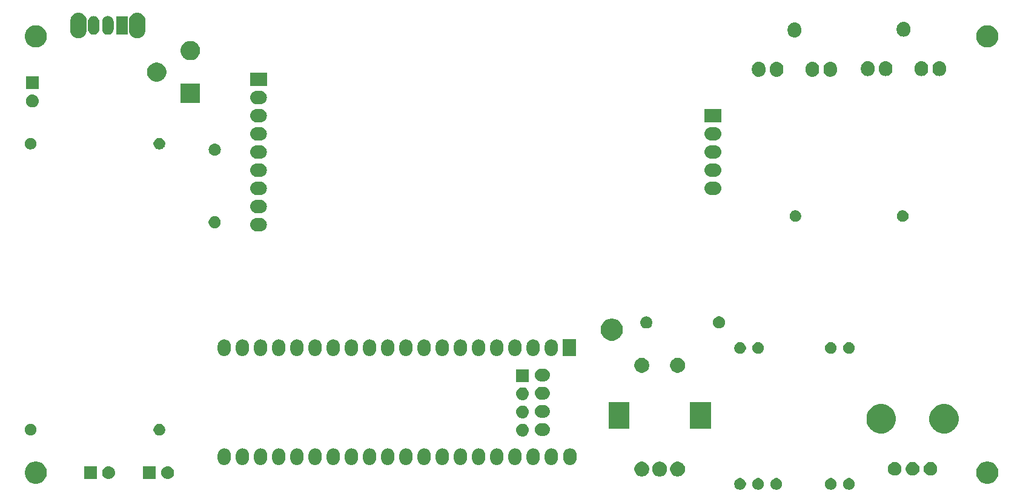
<source format=gbr>
G04 #@! TF.GenerationSoftware,KiCad,Pcbnew,(5.1.4)-1*
G04 #@! TF.CreationDate,2019-09-15T13:59:41-04:00*
G04 #@! TF.ProjectId,MorseTutor1,4d6f7273-6554-4757-946f-72312e6b6963,rev?*
G04 #@! TF.SameCoordinates,Original*
G04 #@! TF.FileFunction,Soldermask,Top*
G04 #@! TF.FilePolarity,Negative*
%FSLAX46Y46*%
G04 Gerber Fmt 4.6, Leading zero omitted, Abs format (unit mm)*
G04 Created by KiCad (PCBNEW (5.1.4)-1) date 2019-09-15 13:59:41*
%MOMM*%
%LPD*%
G04 APERTURE LIST*
%ADD10C,0.100000*%
G04 APERTURE END LIST*
D10*
G36*
X143747086Y-100793435D02*
G01*
X143895003Y-100854704D01*
X144028134Y-100943660D01*
X144141340Y-101056866D01*
X144230296Y-101189997D01*
X144291565Y-101337914D01*
X144322800Y-101494946D01*
X144322800Y-101655054D01*
X144291565Y-101812086D01*
X144230296Y-101960003D01*
X144141340Y-102093134D01*
X144028134Y-102206340D01*
X143895003Y-102295296D01*
X143747086Y-102356565D01*
X143590054Y-102387800D01*
X143429946Y-102387800D01*
X143272914Y-102356565D01*
X143124997Y-102295296D01*
X142991866Y-102206340D01*
X142878660Y-102093134D01*
X142789704Y-101960003D01*
X142728435Y-101812086D01*
X142697200Y-101655054D01*
X142697200Y-101494946D01*
X142728435Y-101337914D01*
X142789704Y-101189997D01*
X142878660Y-101056866D01*
X142991866Y-100943660D01*
X143124997Y-100854704D01*
X143272914Y-100793435D01*
X143429946Y-100762200D01*
X143590054Y-100762200D01*
X143747086Y-100793435D01*
X143747086Y-100793435D01*
G37*
G36*
X141207086Y-100793435D02*
G01*
X141355003Y-100854704D01*
X141488134Y-100943660D01*
X141601340Y-101056866D01*
X141690296Y-101189997D01*
X141751565Y-101337914D01*
X141782800Y-101494946D01*
X141782800Y-101655054D01*
X141751565Y-101812086D01*
X141690296Y-101960003D01*
X141601340Y-102093134D01*
X141488134Y-102206340D01*
X141355003Y-102295296D01*
X141207086Y-102356565D01*
X141050054Y-102387800D01*
X140889946Y-102387800D01*
X140732914Y-102356565D01*
X140584997Y-102295296D01*
X140451866Y-102206340D01*
X140338660Y-102093134D01*
X140249704Y-101960003D01*
X140188435Y-101812086D01*
X140157200Y-101655054D01*
X140157200Y-101494946D01*
X140188435Y-101337914D01*
X140249704Y-101189997D01*
X140338660Y-101056866D01*
X140451866Y-100943660D01*
X140584997Y-100854704D01*
X140732914Y-100793435D01*
X140889946Y-100762200D01*
X141050054Y-100762200D01*
X141207086Y-100793435D01*
X141207086Y-100793435D01*
G37*
G36*
X138687086Y-100793435D02*
G01*
X138835003Y-100854704D01*
X138968134Y-100943660D01*
X139081340Y-101056866D01*
X139170296Y-101189997D01*
X139231565Y-101337914D01*
X139262800Y-101494946D01*
X139262800Y-101655054D01*
X139231565Y-101812086D01*
X139170296Y-101960003D01*
X139081340Y-102093134D01*
X138968134Y-102206340D01*
X138835003Y-102295296D01*
X138687086Y-102356565D01*
X138530054Y-102387800D01*
X138369946Y-102387800D01*
X138212914Y-102356565D01*
X138064997Y-102295296D01*
X137931866Y-102206340D01*
X137818660Y-102093134D01*
X137729704Y-101960003D01*
X137668435Y-101812086D01*
X137637200Y-101655054D01*
X137637200Y-101494946D01*
X137668435Y-101337914D01*
X137729704Y-101189997D01*
X137818660Y-101056866D01*
X137931866Y-100943660D01*
X138064997Y-100854704D01*
X138212914Y-100793435D01*
X138369946Y-100762200D01*
X138530054Y-100762200D01*
X138687086Y-100793435D01*
X138687086Y-100793435D01*
G37*
G36*
X153907086Y-100793435D02*
G01*
X154055003Y-100854704D01*
X154188134Y-100943660D01*
X154301340Y-101056866D01*
X154390296Y-101189997D01*
X154451565Y-101337914D01*
X154482800Y-101494946D01*
X154482800Y-101655054D01*
X154451565Y-101812086D01*
X154390296Y-101960003D01*
X154301340Y-102093134D01*
X154188134Y-102206340D01*
X154055003Y-102295296D01*
X153907086Y-102356565D01*
X153750054Y-102387800D01*
X153589946Y-102387800D01*
X153432914Y-102356565D01*
X153284997Y-102295296D01*
X153151866Y-102206340D01*
X153038660Y-102093134D01*
X152949704Y-101960003D01*
X152888435Y-101812086D01*
X152857200Y-101655054D01*
X152857200Y-101494946D01*
X152888435Y-101337914D01*
X152949704Y-101189997D01*
X153038660Y-101056866D01*
X153151866Y-100943660D01*
X153284997Y-100854704D01*
X153432914Y-100793435D01*
X153589946Y-100762200D01*
X153750054Y-100762200D01*
X153907086Y-100793435D01*
X153907086Y-100793435D01*
G37*
G36*
X151367086Y-100793435D02*
G01*
X151515003Y-100854704D01*
X151648134Y-100943660D01*
X151761340Y-101056866D01*
X151850296Y-101189997D01*
X151911565Y-101337914D01*
X151942800Y-101494946D01*
X151942800Y-101655054D01*
X151911565Y-101812086D01*
X151850296Y-101960003D01*
X151761340Y-102093134D01*
X151648134Y-102206340D01*
X151515003Y-102295296D01*
X151367086Y-102356565D01*
X151210054Y-102387800D01*
X151049946Y-102387800D01*
X150892914Y-102356565D01*
X150744997Y-102295296D01*
X150611866Y-102206340D01*
X150498660Y-102093134D01*
X150409704Y-101960003D01*
X150348435Y-101812086D01*
X150317200Y-101655054D01*
X150317200Y-101494946D01*
X150348435Y-101337914D01*
X150409704Y-101189997D01*
X150498660Y-101056866D01*
X150611866Y-100943660D01*
X150744997Y-100854704D01*
X150892914Y-100793435D01*
X151049946Y-100762200D01*
X151210054Y-100762200D01*
X151367086Y-100793435D01*
X151367086Y-100793435D01*
G37*
G36*
X173452352Y-98508796D02*
G01*
X173734579Y-98625699D01*
X173988578Y-98795415D01*
X174204585Y-99011422D01*
X174374301Y-99265421D01*
X174491204Y-99547648D01*
X174550800Y-99847259D01*
X174550800Y-100152741D01*
X174491204Y-100452352D01*
X174374301Y-100734579D01*
X174204585Y-100988578D01*
X173988578Y-101204585D01*
X173734579Y-101374301D01*
X173452352Y-101491204D01*
X173152741Y-101550800D01*
X172847259Y-101550800D01*
X172547648Y-101491204D01*
X172265421Y-101374301D01*
X172011422Y-101204585D01*
X171795415Y-100988578D01*
X171625699Y-100734579D01*
X171508796Y-100452352D01*
X171449200Y-100152741D01*
X171449200Y-99847259D01*
X171508796Y-99547648D01*
X171625699Y-99265421D01*
X171795415Y-99011422D01*
X172011422Y-98795415D01*
X172265421Y-98625699D01*
X172547648Y-98508796D01*
X172847259Y-98449200D01*
X173152741Y-98449200D01*
X173452352Y-98508796D01*
X173452352Y-98508796D01*
G37*
G36*
X40452352Y-98508796D02*
G01*
X40734579Y-98625699D01*
X40988578Y-98795415D01*
X41204585Y-99011422D01*
X41374301Y-99265421D01*
X41491204Y-99547648D01*
X41550800Y-99847259D01*
X41550800Y-100152741D01*
X41491204Y-100452352D01*
X41374301Y-100734579D01*
X41204585Y-100988578D01*
X40988578Y-101204585D01*
X40734579Y-101374301D01*
X40452352Y-101491204D01*
X40152741Y-101550800D01*
X39847259Y-101550800D01*
X39547648Y-101491204D01*
X39265421Y-101374301D01*
X39011422Y-101204585D01*
X38795415Y-100988578D01*
X38625699Y-100734579D01*
X38508796Y-100452352D01*
X38449200Y-100152741D01*
X38449200Y-99847259D01*
X38508796Y-99547648D01*
X38625699Y-99265421D01*
X38795415Y-99011422D01*
X39011422Y-98795415D01*
X39265421Y-98625699D01*
X39547648Y-98508796D01*
X39847259Y-98449200D01*
X40152741Y-98449200D01*
X40452352Y-98508796D01*
X40452352Y-98508796D01*
G37*
G36*
X58596584Y-99112233D02*
G01*
X58596587Y-99112234D01*
X58596588Y-99112234D01*
X58766389Y-99163743D01*
X58813861Y-99189117D01*
X58922881Y-99247389D01*
X59060044Y-99359956D01*
X59172611Y-99497119D01*
X59210842Y-99568646D01*
X59256257Y-99653611D01*
X59286206Y-99752339D01*
X59307767Y-99823416D01*
X59325159Y-100000000D01*
X59307767Y-100176584D01*
X59307766Y-100176587D01*
X59307766Y-100176588D01*
X59256257Y-100346389D01*
X59256256Y-100346390D01*
X59172611Y-100502881D01*
X59060044Y-100640044D01*
X58922881Y-100752611D01*
X58813861Y-100810883D01*
X58766389Y-100836257D01*
X58596588Y-100887766D01*
X58596587Y-100887766D01*
X58596584Y-100887767D01*
X58464255Y-100900800D01*
X58375745Y-100900800D01*
X58243416Y-100887767D01*
X58243413Y-100887766D01*
X58243412Y-100887766D01*
X58073611Y-100836257D01*
X58026139Y-100810883D01*
X57917119Y-100752611D01*
X57779956Y-100640044D01*
X57667389Y-100502881D01*
X57583744Y-100346390D01*
X57583743Y-100346389D01*
X57532234Y-100176588D01*
X57532234Y-100176587D01*
X57532233Y-100176584D01*
X57514841Y-100000000D01*
X57532233Y-99823416D01*
X57553794Y-99752339D01*
X57583743Y-99653611D01*
X57629158Y-99568646D01*
X57667389Y-99497119D01*
X57779956Y-99359956D01*
X57917119Y-99247389D01*
X58026139Y-99189117D01*
X58073611Y-99163743D01*
X58243412Y-99112234D01*
X58243413Y-99112234D01*
X58243416Y-99112233D01*
X58375745Y-99099200D01*
X58464255Y-99099200D01*
X58596584Y-99112233D01*
X58596584Y-99112233D01*
G37*
G36*
X56780800Y-100900800D02*
G01*
X54979200Y-100900800D01*
X54979200Y-99099200D01*
X56780800Y-99099200D01*
X56780800Y-100900800D01*
X56780800Y-100900800D01*
G37*
G36*
X48525800Y-100900800D02*
G01*
X46724200Y-100900800D01*
X46724200Y-99099200D01*
X48525800Y-99099200D01*
X48525800Y-100900800D01*
X48525800Y-100900800D01*
G37*
G36*
X50341584Y-99112233D02*
G01*
X50341587Y-99112234D01*
X50341588Y-99112234D01*
X50511389Y-99163743D01*
X50558861Y-99189117D01*
X50667881Y-99247389D01*
X50805044Y-99359956D01*
X50917611Y-99497119D01*
X50955842Y-99568646D01*
X51001257Y-99653611D01*
X51031206Y-99752339D01*
X51052767Y-99823416D01*
X51070159Y-100000000D01*
X51052767Y-100176584D01*
X51052766Y-100176587D01*
X51052766Y-100176588D01*
X51001257Y-100346389D01*
X51001256Y-100346390D01*
X50917611Y-100502881D01*
X50805044Y-100640044D01*
X50667881Y-100752611D01*
X50558861Y-100810883D01*
X50511389Y-100836257D01*
X50341588Y-100887766D01*
X50341587Y-100887766D01*
X50341584Y-100887767D01*
X50209255Y-100900800D01*
X50120745Y-100900800D01*
X49988416Y-100887767D01*
X49988413Y-100887766D01*
X49988412Y-100887766D01*
X49818611Y-100836257D01*
X49771139Y-100810883D01*
X49662119Y-100752611D01*
X49524956Y-100640044D01*
X49412389Y-100502881D01*
X49328744Y-100346390D01*
X49328743Y-100346389D01*
X49277234Y-100176588D01*
X49277234Y-100176587D01*
X49277233Y-100176584D01*
X49259841Y-100000000D01*
X49277233Y-99823416D01*
X49298794Y-99752339D01*
X49328743Y-99653611D01*
X49374158Y-99568646D01*
X49412389Y-99497119D01*
X49524956Y-99359956D01*
X49662119Y-99247389D01*
X49771139Y-99189117D01*
X49818611Y-99163743D01*
X49988412Y-99112234D01*
X49988413Y-99112234D01*
X49988416Y-99112233D01*
X50120745Y-99099200D01*
X50209255Y-99099200D01*
X50341584Y-99112233D01*
X50341584Y-99112233D01*
G37*
G36*
X127506508Y-98489582D02*
G01*
X127697741Y-98568793D01*
X127869847Y-98683791D01*
X128016209Y-98830153D01*
X128131207Y-99002259D01*
X128210418Y-99193492D01*
X128250800Y-99396505D01*
X128250800Y-99603495D01*
X128210418Y-99806508D01*
X128131207Y-99997741D01*
X128016209Y-100169847D01*
X127869847Y-100316209D01*
X127697741Y-100431207D01*
X127506508Y-100510418D01*
X127303495Y-100550800D01*
X127096505Y-100550800D01*
X126893492Y-100510418D01*
X126702259Y-100431207D01*
X126530153Y-100316209D01*
X126383791Y-100169847D01*
X126268793Y-99997741D01*
X126189582Y-99806508D01*
X126149200Y-99603495D01*
X126149200Y-99396505D01*
X126189582Y-99193492D01*
X126268793Y-99002259D01*
X126383791Y-98830153D01*
X126530153Y-98683791D01*
X126702259Y-98568793D01*
X126893492Y-98489582D01*
X127096505Y-98449200D01*
X127303495Y-98449200D01*
X127506508Y-98489582D01*
X127506508Y-98489582D01*
G37*
G36*
X130006508Y-98489582D02*
G01*
X130197741Y-98568793D01*
X130369847Y-98683791D01*
X130516209Y-98830153D01*
X130631207Y-99002259D01*
X130710418Y-99193492D01*
X130750800Y-99396505D01*
X130750800Y-99603495D01*
X130710418Y-99806508D01*
X130631207Y-99997741D01*
X130516209Y-100169847D01*
X130369847Y-100316209D01*
X130197741Y-100431207D01*
X130006508Y-100510418D01*
X129803495Y-100550800D01*
X129596505Y-100550800D01*
X129393492Y-100510418D01*
X129202259Y-100431207D01*
X129030153Y-100316209D01*
X128883791Y-100169847D01*
X128768793Y-99997741D01*
X128689582Y-99806508D01*
X128649200Y-99603495D01*
X128649200Y-99396505D01*
X128689582Y-99193492D01*
X128768793Y-99002259D01*
X128883791Y-98830153D01*
X129030153Y-98683791D01*
X129202259Y-98568793D01*
X129393492Y-98489582D01*
X129596505Y-98449200D01*
X129803495Y-98449200D01*
X130006508Y-98489582D01*
X130006508Y-98489582D01*
G37*
G36*
X125006508Y-98489582D02*
G01*
X125197741Y-98568793D01*
X125369847Y-98683791D01*
X125516209Y-98830153D01*
X125631207Y-99002259D01*
X125710418Y-99193492D01*
X125750800Y-99396505D01*
X125750800Y-99603495D01*
X125710418Y-99806508D01*
X125631207Y-99997741D01*
X125516209Y-100169847D01*
X125369847Y-100316209D01*
X125197741Y-100431207D01*
X125006508Y-100510418D01*
X124803495Y-100550800D01*
X124596505Y-100550800D01*
X124393492Y-100510418D01*
X124202259Y-100431207D01*
X124030153Y-100316209D01*
X123883791Y-100169847D01*
X123768793Y-99997741D01*
X123689582Y-99806508D01*
X123649200Y-99603495D01*
X123649200Y-99396505D01*
X123689582Y-99193492D01*
X123768793Y-99002259D01*
X123883791Y-98830153D01*
X124030153Y-98683791D01*
X124202259Y-98568793D01*
X124393492Y-98489582D01*
X124596505Y-98449200D01*
X124803495Y-98449200D01*
X125006508Y-98489582D01*
X125006508Y-98489582D01*
G37*
G36*
X160337338Y-98560738D02*
G01*
X160510373Y-98632412D01*
X160666100Y-98736465D01*
X160798535Y-98868900D01*
X160902588Y-99024627D01*
X160974262Y-99197662D01*
X161010800Y-99381354D01*
X161010800Y-99568646D01*
X160974262Y-99752338D01*
X160902588Y-99925373D01*
X160798535Y-100081100D01*
X160666100Y-100213535D01*
X160510373Y-100317588D01*
X160337338Y-100389262D01*
X160153646Y-100425800D01*
X159966354Y-100425800D01*
X159782662Y-100389262D01*
X159609627Y-100317588D01*
X159453900Y-100213535D01*
X159321465Y-100081100D01*
X159217412Y-99925373D01*
X159145738Y-99752338D01*
X159109200Y-99568646D01*
X159109200Y-99381354D01*
X159145738Y-99197662D01*
X159217412Y-99024627D01*
X159321465Y-98868900D01*
X159453900Y-98736465D01*
X159609627Y-98632412D01*
X159782662Y-98560738D01*
X159966354Y-98524200D01*
X160153646Y-98524200D01*
X160337338Y-98560738D01*
X160337338Y-98560738D01*
G37*
G36*
X162837338Y-98560738D02*
G01*
X163010373Y-98632412D01*
X163166100Y-98736465D01*
X163298535Y-98868900D01*
X163402588Y-99024627D01*
X163474262Y-99197662D01*
X163510800Y-99381354D01*
X163510800Y-99568646D01*
X163474262Y-99752338D01*
X163402588Y-99925373D01*
X163298535Y-100081100D01*
X163166100Y-100213535D01*
X163010373Y-100317588D01*
X162837338Y-100389262D01*
X162653646Y-100425800D01*
X162466354Y-100425800D01*
X162282662Y-100389262D01*
X162109627Y-100317588D01*
X161953900Y-100213535D01*
X161821465Y-100081100D01*
X161717412Y-99925373D01*
X161645738Y-99752338D01*
X161609200Y-99568646D01*
X161609200Y-99381354D01*
X161645738Y-99197662D01*
X161717412Y-99024627D01*
X161821465Y-98868900D01*
X161953900Y-98736465D01*
X162109627Y-98632412D01*
X162282662Y-98560738D01*
X162466354Y-98524200D01*
X162653646Y-98524200D01*
X162837338Y-98560738D01*
X162837338Y-98560738D01*
G37*
G36*
X165337338Y-98560738D02*
G01*
X165510373Y-98632412D01*
X165666100Y-98736465D01*
X165798535Y-98868900D01*
X165902588Y-99024627D01*
X165974262Y-99197662D01*
X166010800Y-99381354D01*
X166010800Y-99568646D01*
X165974262Y-99752338D01*
X165902588Y-99925373D01*
X165798535Y-100081100D01*
X165666100Y-100213535D01*
X165510373Y-100317588D01*
X165337338Y-100389262D01*
X165153646Y-100425800D01*
X164966354Y-100425800D01*
X164782662Y-100389262D01*
X164609627Y-100317588D01*
X164453900Y-100213535D01*
X164321465Y-100081100D01*
X164217412Y-99925373D01*
X164145738Y-99752338D01*
X164109200Y-99568646D01*
X164109200Y-99381354D01*
X164145738Y-99197662D01*
X164217412Y-99024627D01*
X164321465Y-98868900D01*
X164453900Y-98736465D01*
X164609627Y-98632412D01*
X164782662Y-98560738D01*
X164966354Y-98524200D01*
X165153646Y-98524200D01*
X165337338Y-98560738D01*
X165337338Y-98560738D01*
G37*
G36*
X112240049Y-96617430D02*
G01*
X112240052Y-96617431D01*
X112240053Y-96617431D01*
X112412418Y-96669717D01*
X112462875Y-96696687D01*
X112571270Y-96754625D01*
X112710507Y-96868893D01*
X112824774Y-97008129D01*
X112909683Y-97166981D01*
X112909683Y-97166982D01*
X112961970Y-97339350D01*
X112975200Y-97473677D01*
X112975200Y-98086322D01*
X112961970Y-98220649D01*
X112961969Y-98220651D01*
X112961969Y-98220654D01*
X112909683Y-98393019D01*
X112909682Y-98393020D01*
X112824775Y-98551870D01*
X112710507Y-98691107D01*
X112571270Y-98805375D01*
X112491845Y-98847828D01*
X112412419Y-98890283D01*
X112240054Y-98942569D01*
X112240053Y-98942569D01*
X112240050Y-98942570D01*
X112060800Y-98960225D01*
X111881551Y-98942570D01*
X111881548Y-98942569D01*
X111881547Y-98942569D01*
X111709182Y-98890283D01*
X111629756Y-98847829D01*
X111550331Y-98805375D01*
X111411094Y-98691107D01*
X111296827Y-98551872D01*
X111211918Y-98393020D01*
X111211917Y-98393019D01*
X111159631Y-98220654D01*
X111159631Y-98220653D01*
X111159630Y-98220650D01*
X111146400Y-98086323D01*
X111146400Y-97473678D01*
X111159630Y-97339351D01*
X111159631Y-97339347D01*
X111211917Y-97166982D01*
X111238887Y-97116525D01*
X111296825Y-97008130D01*
X111411093Y-96868893D01*
X111550330Y-96754625D01*
X111629755Y-96712172D01*
X111709181Y-96669717D01*
X111881546Y-96617431D01*
X111881547Y-96617431D01*
X111881550Y-96617430D01*
X112060800Y-96599775D01*
X112240049Y-96617430D01*
X112240049Y-96617430D01*
G37*
G36*
X71600049Y-96617430D02*
G01*
X71600052Y-96617431D01*
X71600053Y-96617431D01*
X71772418Y-96669717D01*
X71822875Y-96696687D01*
X71931270Y-96754625D01*
X72070507Y-96868893D01*
X72184774Y-97008129D01*
X72269683Y-97166981D01*
X72269683Y-97166982D01*
X72321970Y-97339350D01*
X72335200Y-97473677D01*
X72335200Y-98086322D01*
X72321970Y-98220649D01*
X72321969Y-98220651D01*
X72321969Y-98220654D01*
X72269683Y-98393019D01*
X72269682Y-98393020D01*
X72184775Y-98551870D01*
X72070507Y-98691107D01*
X71931270Y-98805375D01*
X71851845Y-98847829D01*
X71772419Y-98890283D01*
X71600054Y-98942569D01*
X71600053Y-98942569D01*
X71600050Y-98942570D01*
X71420800Y-98960225D01*
X71241551Y-98942570D01*
X71241548Y-98942569D01*
X71241547Y-98942569D01*
X71069182Y-98890283D01*
X70989756Y-98847829D01*
X70910331Y-98805375D01*
X70771094Y-98691107D01*
X70656827Y-98551872D01*
X70571918Y-98393020D01*
X70571917Y-98393019D01*
X70519631Y-98220654D01*
X70519631Y-98220653D01*
X70519630Y-98220650D01*
X70506400Y-98086323D01*
X70506400Y-97473678D01*
X70519630Y-97339351D01*
X70519631Y-97339347D01*
X70571917Y-97166982D01*
X70598887Y-97116525D01*
X70656825Y-97008130D01*
X70771093Y-96868893D01*
X70910330Y-96754625D01*
X70989755Y-96712172D01*
X71069181Y-96669717D01*
X71241546Y-96617431D01*
X71241547Y-96617431D01*
X71241550Y-96617430D01*
X71420800Y-96599775D01*
X71600049Y-96617430D01*
X71600049Y-96617430D01*
G37*
G36*
X91920049Y-96617430D02*
G01*
X91920052Y-96617431D01*
X91920053Y-96617431D01*
X92092418Y-96669717D01*
X92142875Y-96696687D01*
X92251270Y-96754625D01*
X92390507Y-96868893D01*
X92504774Y-97008129D01*
X92589683Y-97166981D01*
X92589683Y-97166982D01*
X92641970Y-97339350D01*
X92655200Y-97473677D01*
X92655200Y-98086322D01*
X92641970Y-98220649D01*
X92641969Y-98220651D01*
X92641969Y-98220654D01*
X92589683Y-98393019D01*
X92589682Y-98393020D01*
X92504775Y-98551870D01*
X92390507Y-98691107D01*
X92251270Y-98805375D01*
X92171845Y-98847828D01*
X92092419Y-98890283D01*
X91920054Y-98942569D01*
X91920053Y-98942569D01*
X91920050Y-98942570D01*
X91740800Y-98960225D01*
X91561551Y-98942570D01*
X91561548Y-98942569D01*
X91561547Y-98942569D01*
X91389182Y-98890283D01*
X91309756Y-98847829D01*
X91230331Y-98805375D01*
X91091094Y-98691107D01*
X90976827Y-98551872D01*
X90891918Y-98393020D01*
X90891917Y-98393019D01*
X90839631Y-98220654D01*
X90839631Y-98220653D01*
X90839630Y-98220650D01*
X90826400Y-98086323D01*
X90826400Y-97473678D01*
X90839630Y-97339351D01*
X90839631Y-97339347D01*
X90891917Y-97166982D01*
X90918887Y-97116525D01*
X90976825Y-97008130D01*
X91091093Y-96868893D01*
X91230330Y-96754625D01*
X91309755Y-96712172D01*
X91389181Y-96669717D01*
X91561546Y-96617431D01*
X91561547Y-96617431D01*
X91561550Y-96617430D01*
X91740800Y-96599775D01*
X91920049Y-96617430D01*
X91920049Y-96617430D01*
G37*
G36*
X74140049Y-96617430D02*
G01*
X74140052Y-96617431D01*
X74140053Y-96617431D01*
X74312418Y-96669717D01*
X74362875Y-96696687D01*
X74471270Y-96754625D01*
X74610507Y-96868893D01*
X74724774Y-97008129D01*
X74809683Y-97166981D01*
X74809683Y-97166982D01*
X74861970Y-97339350D01*
X74875200Y-97473677D01*
X74875200Y-98086322D01*
X74861970Y-98220649D01*
X74861969Y-98220651D01*
X74861969Y-98220654D01*
X74809683Y-98393019D01*
X74809682Y-98393020D01*
X74724775Y-98551870D01*
X74610507Y-98691107D01*
X74471270Y-98805375D01*
X74391845Y-98847829D01*
X74312419Y-98890283D01*
X74140054Y-98942569D01*
X74140053Y-98942569D01*
X74140050Y-98942570D01*
X73960800Y-98960225D01*
X73781551Y-98942570D01*
X73781548Y-98942569D01*
X73781547Y-98942569D01*
X73609182Y-98890283D01*
X73529756Y-98847829D01*
X73450331Y-98805375D01*
X73311094Y-98691107D01*
X73196827Y-98551872D01*
X73111918Y-98393020D01*
X73111917Y-98393019D01*
X73059631Y-98220654D01*
X73059631Y-98220653D01*
X73059630Y-98220650D01*
X73046400Y-98086323D01*
X73046400Y-97473678D01*
X73059630Y-97339351D01*
X73059631Y-97339347D01*
X73111917Y-97166982D01*
X73138887Y-97116525D01*
X73196825Y-97008130D01*
X73311093Y-96868893D01*
X73450330Y-96754625D01*
X73529755Y-96712172D01*
X73609181Y-96669717D01*
X73781546Y-96617431D01*
X73781547Y-96617431D01*
X73781550Y-96617430D01*
X73960800Y-96599775D01*
X74140049Y-96617430D01*
X74140049Y-96617430D01*
G37*
G36*
X114830849Y-96617430D02*
G01*
X114830852Y-96617431D01*
X114830853Y-96617431D01*
X115003218Y-96669717D01*
X115053675Y-96696687D01*
X115162070Y-96754625D01*
X115301307Y-96868893D01*
X115415574Y-97008129D01*
X115500483Y-97166981D01*
X115500483Y-97166982D01*
X115552770Y-97339350D01*
X115566000Y-97473677D01*
X115566000Y-98086322D01*
X115552770Y-98220649D01*
X115552769Y-98220651D01*
X115552769Y-98220654D01*
X115500483Y-98393019D01*
X115500482Y-98393020D01*
X115415575Y-98551870D01*
X115301307Y-98691107D01*
X115162070Y-98805375D01*
X115082645Y-98847828D01*
X115003219Y-98890283D01*
X114830854Y-98942569D01*
X114830853Y-98942569D01*
X114830850Y-98942570D01*
X114651600Y-98960225D01*
X114472351Y-98942570D01*
X114472348Y-98942569D01*
X114472347Y-98942569D01*
X114299982Y-98890283D01*
X114220556Y-98847829D01*
X114141131Y-98805375D01*
X114001894Y-98691107D01*
X113887627Y-98551872D01*
X113802718Y-98393020D01*
X113802717Y-98393019D01*
X113750431Y-98220654D01*
X113750431Y-98220653D01*
X113750430Y-98220650D01*
X113737200Y-98086323D01*
X113737200Y-97473678D01*
X113750430Y-97339351D01*
X113750431Y-97339347D01*
X113802717Y-97166982D01*
X113829687Y-97116525D01*
X113887625Y-97008130D01*
X114001893Y-96868893D01*
X114141130Y-96754625D01*
X114220555Y-96712172D01*
X114299981Y-96669717D01*
X114472346Y-96617431D01*
X114472347Y-96617431D01*
X114472350Y-96617430D01*
X114651600Y-96599775D01*
X114830849Y-96617430D01*
X114830849Y-96617430D01*
G37*
G36*
X76680049Y-96617430D02*
G01*
X76680052Y-96617431D01*
X76680053Y-96617431D01*
X76852418Y-96669717D01*
X76902875Y-96696687D01*
X77011270Y-96754625D01*
X77150507Y-96868893D01*
X77264774Y-97008129D01*
X77349683Y-97166981D01*
X77349683Y-97166982D01*
X77401970Y-97339350D01*
X77415200Y-97473677D01*
X77415200Y-98086322D01*
X77401970Y-98220649D01*
X77401969Y-98220651D01*
X77401969Y-98220654D01*
X77349683Y-98393019D01*
X77349682Y-98393020D01*
X77264775Y-98551870D01*
X77150507Y-98691107D01*
X77011270Y-98805375D01*
X76931845Y-98847829D01*
X76852419Y-98890283D01*
X76680054Y-98942569D01*
X76680053Y-98942569D01*
X76680050Y-98942570D01*
X76500800Y-98960225D01*
X76321551Y-98942570D01*
X76321548Y-98942569D01*
X76321547Y-98942569D01*
X76149182Y-98890283D01*
X76069756Y-98847829D01*
X75990331Y-98805375D01*
X75851094Y-98691107D01*
X75736827Y-98551872D01*
X75651918Y-98393020D01*
X75651917Y-98393019D01*
X75599631Y-98220654D01*
X75599631Y-98220653D01*
X75599630Y-98220650D01*
X75586400Y-98086323D01*
X75586400Y-97473678D01*
X75599630Y-97339351D01*
X75599631Y-97339347D01*
X75651917Y-97166982D01*
X75678887Y-97116525D01*
X75736825Y-97008130D01*
X75851093Y-96868893D01*
X75990330Y-96754625D01*
X76069755Y-96712172D01*
X76149181Y-96669717D01*
X76321546Y-96617431D01*
X76321547Y-96617431D01*
X76321550Y-96617430D01*
X76500800Y-96599775D01*
X76680049Y-96617430D01*
X76680049Y-96617430D01*
G37*
G36*
X81760049Y-96617430D02*
G01*
X81760052Y-96617431D01*
X81760053Y-96617431D01*
X81932418Y-96669717D01*
X81982875Y-96696687D01*
X82091270Y-96754625D01*
X82230507Y-96868893D01*
X82344774Y-97008129D01*
X82429683Y-97166981D01*
X82429683Y-97166982D01*
X82481970Y-97339350D01*
X82495200Y-97473677D01*
X82495200Y-98086322D01*
X82481970Y-98220649D01*
X82481969Y-98220651D01*
X82481969Y-98220654D01*
X82429683Y-98393019D01*
X82429682Y-98393020D01*
X82344775Y-98551870D01*
X82230507Y-98691107D01*
X82091270Y-98805375D01*
X82011845Y-98847829D01*
X81932419Y-98890283D01*
X81760054Y-98942569D01*
X81760053Y-98942569D01*
X81760050Y-98942570D01*
X81580800Y-98960225D01*
X81401551Y-98942570D01*
X81401548Y-98942569D01*
X81401547Y-98942569D01*
X81229182Y-98890283D01*
X81149756Y-98847829D01*
X81070331Y-98805375D01*
X80931094Y-98691107D01*
X80816827Y-98551872D01*
X80731918Y-98393020D01*
X80731917Y-98393019D01*
X80679631Y-98220654D01*
X80679631Y-98220653D01*
X80679630Y-98220650D01*
X80666400Y-98086323D01*
X80666400Y-97473678D01*
X80679630Y-97339351D01*
X80679631Y-97339347D01*
X80731917Y-97166982D01*
X80758887Y-97116525D01*
X80816825Y-97008130D01*
X80931093Y-96868893D01*
X81070330Y-96754625D01*
X81149755Y-96712172D01*
X81229181Y-96669717D01*
X81401546Y-96617431D01*
X81401547Y-96617431D01*
X81401550Y-96617430D01*
X81580800Y-96599775D01*
X81760049Y-96617430D01*
X81760049Y-96617430D01*
G37*
G36*
X107160049Y-96617430D02*
G01*
X107160052Y-96617431D01*
X107160053Y-96617431D01*
X107332418Y-96669717D01*
X107382875Y-96696687D01*
X107491270Y-96754625D01*
X107630507Y-96868893D01*
X107744774Y-97008129D01*
X107829683Y-97166981D01*
X107829683Y-97166982D01*
X107881970Y-97339350D01*
X107895200Y-97473677D01*
X107895200Y-98086322D01*
X107881970Y-98220649D01*
X107881969Y-98220651D01*
X107881969Y-98220654D01*
X107829683Y-98393019D01*
X107829682Y-98393020D01*
X107744775Y-98551870D01*
X107630507Y-98691107D01*
X107491270Y-98805375D01*
X107411845Y-98847828D01*
X107332419Y-98890283D01*
X107160054Y-98942569D01*
X107160053Y-98942569D01*
X107160050Y-98942570D01*
X106980800Y-98960225D01*
X106801551Y-98942570D01*
X106801548Y-98942569D01*
X106801547Y-98942569D01*
X106629182Y-98890283D01*
X106549756Y-98847829D01*
X106470331Y-98805375D01*
X106331094Y-98691107D01*
X106216827Y-98551872D01*
X106131918Y-98393020D01*
X106131917Y-98393019D01*
X106079631Y-98220654D01*
X106079631Y-98220653D01*
X106079630Y-98220650D01*
X106066400Y-98086323D01*
X106066400Y-97473678D01*
X106079630Y-97339351D01*
X106079631Y-97339347D01*
X106131917Y-97166982D01*
X106158887Y-97116525D01*
X106216825Y-97008130D01*
X106331093Y-96868893D01*
X106470330Y-96754625D01*
X106549755Y-96712172D01*
X106629181Y-96669717D01*
X106801546Y-96617431D01*
X106801547Y-96617431D01*
X106801550Y-96617430D01*
X106980800Y-96599775D01*
X107160049Y-96617430D01*
X107160049Y-96617430D01*
G37*
G36*
X84300049Y-96617430D02*
G01*
X84300052Y-96617431D01*
X84300053Y-96617431D01*
X84472418Y-96669717D01*
X84522875Y-96696687D01*
X84631270Y-96754625D01*
X84770507Y-96868893D01*
X84884774Y-97008129D01*
X84969683Y-97166981D01*
X84969683Y-97166982D01*
X85021970Y-97339350D01*
X85035200Y-97473677D01*
X85035200Y-98086322D01*
X85021970Y-98220649D01*
X85021969Y-98220651D01*
X85021969Y-98220654D01*
X84969683Y-98393019D01*
X84969682Y-98393020D01*
X84884775Y-98551870D01*
X84770507Y-98691107D01*
X84631270Y-98805375D01*
X84551845Y-98847828D01*
X84472419Y-98890283D01*
X84300054Y-98942569D01*
X84300053Y-98942569D01*
X84300050Y-98942570D01*
X84120800Y-98960225D01*
X83941551Y-98942570D01*
X83941548Y-98942569D01*
X83941547Y-98942569D01*
X83769182Y-98890283D01*
X83689756Y-98847829D01*
X83610331Y-98805375D01*
X83471094Y-98691107D01*
X83356827Y-98551872D01*
X83271918Y-98393020D01*
X83271917Y-98393019D01*
X83219631Y-98220654D01*
X83219631Y-98220653D01*
X83219630Y-98220650D01*
X83206400Y-98086323D01*
X83206400Y-97473678D01*
X83219630Y-97339351D01*
X83219631Y-97339347D01*
X83271917Y-97166982D01*
X83298887Y-97116525D01*
X83356825Y-97008130D01*
X83471093Y-96868893D01*
X83610330Y-96754625D01*
X83689755Y-96712172D01*
X83769181Y-96669717D01*
X83941546Y-96617431D01*
X83941547Y-96617431D01*
X83941550Y-96617430D01*
X84120800Y-96599775D01*
X84300049Y-96617430D01*
X84300049Y-96617430D01*
G37*
G36*
X86840049Y-96617430D02*
G01*
X86840052Y-96617431D01*
X86840053Y-96617431D01*
X87012418Y-96669717D01*
X87062875Y-96696687D01*
X87171270Y-96754625D01*
X87310507Y-96868893D01*
X87424774Y-97008129D01*
X87509683Y-97166981D01*
X87509683Y-97166982D01*
X87561970Y-97339350D01*
X87575200Y-97473677D01*
X87575200Y-98086322D01*
X87561970Y-98220649D01*
X87561969Y-98220651D01*
X87561969Y-98220654D01*
X87509683Y-98393019D01*
X87509682Y-98393020D01*
X87424775Y-98551870D01*
X87310507Y-98691107D01*
X87171270Y-98805375D01*
X87091845Y-98847828D01*
X87012419Y-98890283D01*
X86840054Y-98942569D01*
X86840053Y-98942569D01*
X86840050Y-98942570D01*
X86660800Y-98960225D01*
X86481551Y-98942570D01*
X86481548Y-98942569D01*
X86481547Y-98942569D01*
X86309182Y-98890283D01*
X86229756Y-98847829D01*
X86150331Y-98805375D01*
X86011094Y-98691107D01*
X85896827Y-98551872D01*
X85811918Y-98393020D01*
X85811917Y-98393019D01*
X85759631Y-98220654D01*
X85759631Y-98220653D01*
X85759630Y-98220650D01*
X85746400Y-98086323D01*
X85746400Y-97473678D01*
X85759630Y-97339351D01*
X85759631Y-97339347D01*
X85811917Y-97166982D01*
X85838887Y-97116525D01*
X85896825Y-97008130D01*
X86011093Y-96868893D01*
X86150330Y-96754625D01*
X86229755Y-96712172D01*
X86309181Y-96669717D01*
X86481546Y-96617431D01*
X86481547Y-96617431D01*
X86481550Y-96617430D01*
X86660800Y-96599775D01*
X86840049Y-96617430D01*
X86840049Y-96617430D01*
G37*
G36*
X69060049Y-96617430D02*
G01*
X69060052Y-96617431D01*
X69060053Y-96617431D01*
X69232418Y-96669717D01*
X69282875Y-96696687D01*
X69391270Y-96754625D01*
X69530507Y-96868893D01*
X69644774Y-97008129D01*
X69729683Y-97166981D01*
X69729683Y-97166982D01*
X69781970Y-97339350D01*
X69795200Y-97473677D01*
X69795200Y-98086322D01*
X69781970Y-98220649D01*
X69781969Y-98220651D01*
X69781969Y-98220654D01*
X69729683Y-98393019D01*
X69729682Y-98393020D01*
X69644775Y-98551870D01*
X69530507Y-98691107D01*
X69391270Y-98805375D01*
X69311845Y-98847829D01*
X69232419Y-98890283D01*
X69060054Y-98942569D01*
X69060053Y-98942569D01*
X69060050Y-98942570D01*
X68880800Y-98960225D01*
X68701551Y-98942570D01*
X68701548Y-98942569D01*
X68701547Y-98942569D01*
X68529182Y-98890283D01*
X68449756Y-98847829D01*
X68370331Y-98805375D01*
X68231094Y-98691107D01*
X68116827Y-98551872D01*
X68031918Y-98393020D01*
X68031917Y-98393019D01*
X67979631Y-98220654D01*
X67979631Y-98220653D01*
X67979630Y-98220650D01*
X67966400Y-98086323D01*
X67966400Y-97473678D01*
X67979630Y-97339351D01*
X67979631Y-97339347D01*
X68031917Y-97166982D01*
X68058887Y-97116525D01*
X68116825Y-97008130D01*
X68231093Y-96868893D01*
X68370330Y-96754625D01*
X68449755Y-96712172D01*
X68529181Y-96669717D01*
X68701546Y-96617431D01*
X68701547Y-96617431D01*
X68701550Y-96617430D01*
X68880800Y-96599775D01*
X69060049Y-96617430D01*
X69060049Y-96617430D01*
G37*
G36*
X89380049Y-96617430D02*
G01*
X89380052Y-96617431D01*
X89380053Y-96617431D01*
X89552418Y-96669717D01*
X89602875Y-96696687D01*
X89711270Y-96754625D01*
X89850507Y-96868893D01*
X89964774Y-97008129D01*
X90049683Y-97166981D01*
X90049683Y-97166982D01*
X90101970Y-97339350D01*
X90115200Y-97473677D01*
X90115200Y-98086322D01*
X90101970Y-98220649D01*
X90101969Y-98220651D01*
X90101969Y-98220654D01*
X90049683Y-98393019D01*
X90049682Y-98393020D01*
X89964775Y-98551870D01*
X89850507Y-98691107D01*
X89711270Y-98805375D01*
X89631845Y-98847828D01*
X89552419Y-98890283D01*
X89380054Y-98942569D01*
X89380053Y-98942569D01*
X89380050Y-98942570D01*
X89200800Y-98960225D01*
X89021551Y-98942570D01*
X89021548Y-98942569D01*
X89021547Y-98942569D01*
X88849182Y-98890283D01*
X88769756Y-98847829D01*
X88690331Y-98805375D01*
X88551094Y-98691107D01*
X88436827Y-98551872D01*
X88351918Y-98393020D01*
X88351917Y-98393019D01*
X88299631Y-98220654D01*
X88299631Y-98220653D01*
X88299630Y-98220650D01*
X88286400Y-98086323D01*
X88286400Y-97473678D01*
X88299630Y-97339351D01*
X88299631Y-97339347D01*
X88351917Y-97166982D01*
X88378887Y-97116525D01*
X88436825Y-97008130D01*
X88551093Y-96868893D01*
X88690330Y-96754625D01*
X88769755Y-96712172D01*
X88849181Y-96669717D01*
X89021546Y-96617431D01*
X89021547Y-96617431D01*
X89021550Y-96617430D01*
X89200800Y-96599775D01*
X89380049Y-96617430D01*
X89380049Y-96617430D01*
G37*
G36*
X109700049Y-96617430D02*
G01*
X109700052Y-96617431D01*
X109700053Y-96617431D01*
X109872418Y-96669717D01*
X109922875Y-96696687D01*
X110031270Y-96754625D01*
X110170507Y-96868893D01*
X110284774Y-97008129D01*
X110369683Y-97166981D01*
X110369683Y-97166982D01*
X110421970Y-97339350D01*
X110435200Y-97473677D01*
X110435200Y-98086322D01*
X110421970Y-98220649D01*
X110421969Y-98220651D01*
X110421969Y-98220654D01*
X110369683Y-98393019D01*
X110369682Y-98393020D01*
X110284775Y-98551870D01*
X110170507Y-98691107D01*
X110031270Y-98805375D01*
X109951845Y-98847828D01*
X109872419Y-98890283D01*
X109700054Y-98942569D01*
X109700053Y-98942569D01*
X109700050Y-98942570D01*
X109520800Y-98960225D01*
X109341551Y-98942570D01*
X109341548Y-98942569D01*
X109341547Y-98942569D01*
X109169182Y-98890283D01*
X109089756Y-98847829D01*
X109010331Y-98805375D01*
X108871094Y-98691107D01*
X108756827Y-98551872D01*
X108671918Y-98393020D01*
X108671917Y-98393019D01*
X108619631Y-98220654D01*
X108619631Y-98220653D01*
X108619630Y-98220650D01*
X108606400Y-98086323D01*
X108606400Y-97473678D01*
X108619630Y-97339351D01*
X108619631Y-97339347D01*
X108671917Y-97166982D01*
X108698887Y-97116525D01*
X108756825Y-97008130D01*
X108871093Y-96868893D01*
X109010330Y-96754625D01*
X109089755Y-96712172D01*
X109169181Y-96669717D01*
X109341546Y-96617431D01*
X109341547Y-96617431D01*
X109341550Y-96617430D01*
X109520800Y-96599775D01*
X109700049Y-96617430D01*
X109700049Y-96617430D01*
G37*
G36*
X104620049Y-96617430D02*
G01*
X104620052Y-96617431D01*
X104620053Y-96617431D01*
X104792418Y-96669717D01*
X104842875Y-96696687D01*
X104951270Y-96754625D01*
X105090507Y-96868893D01*
X105204774Y-97008129D01*
X105289683Y-97166981D01*
X105289683Y-97166982D01*
X105341970Y-97339350D01*
X105355200Y-97473677D01*
X105355200Y-98086322D01*
X105341970Y-98220649D01*
X105341969Y-98220651D01*
X105341969Y-98220654D01*
X105289683Y-98393019D01*
X105289682Y-98393020D01*
X105204775Y-98551870D01*
X105090507Y-98691107D01*
X104951270Y-98805375D01*
X104871845Y-98847828D01*
X104792419Y-98890283D01*
X104620054Y-98942569D01*
X104620053Y-98942569D01*
X104620050Y-98942570D01*
X104440800Y-98960225D01*
X104261551Y-98942570D01*
X104261548Y-98942569D01*
X104261547Y-98942569D01*
X104089182Y-98890283D01*
X104009756Y-98847829D01*
X103930331Y-98805375D01*
X103791094Y-98691107D01*
X103676827Y-98551872D01*
X103591918Y-98393020D01*
X103591917Y-98393019D01*
X103539631Y-98220654D01*
X103539631Y-98220653D01*
X103539630Y-98220650D01*
X103526400Y-98086323D01*
X103526400Y-97473678D01*
X103539630Y-97339351D01*
X103539631Y-97339347D01*
X103591917Y-97166982D01*
X103618887Y-97116525D01*
X103676825Y-97008130D01*
X103791093Y-96868893D01*
X103930330Y-96754625D01*
X104009755Y-96712172D01*
X104089181Y-96669717D01*
X104261546Y-96617431D01*
X104261547Y-96617431D01*
X104261550Y-96617430D01*
X104440800Y-96599775D01*
X104620049Y-96617430D01*
X104620049Y-96617430D01*
G37*
G36*
X102080049Y-96617430D02*
G01*
X102080052Y-96617431D01*
X102080053Y-96617431D01*
X102252418Y-96669717D01*
X102302875Y-96696687D01*
X102411270Y-96754625D01*
X102550507Y-96868893D01*
X102664774Y-97008129D01*
X102749683Y-97166981D01*
X102749683Y-97166982D01*
X102801970Y-97339350D01*
X102815200Y-97473677D01*
X102815200Y-98086322D01*
X102801970Y-98220649D01*
X102801969Y-98220651D01*
X102801969Y-98220654D01*
X102749683Y-98393019D01*
X102749682Y-98393020D01*
X102664775Y-98551870D01*
X102550507Y-98691107D01*
X102411270Y-98805375D01*
X102331845Y-98847828D01*
X102252419Y-98890283D01*
X102080054Y-98942569D01*
X102080053Y-98942569D01*
X102080050Y-98942570D01*
X101900800Y-98960225D01*
X101721551Y-98942570D01*
X101721548Y-98942569D01*
X101721547Y-98942569D01*
X101549182Y-98890283D01*
X101469756Y-98847829D01*
X101390331Y-98805375D01*
X101251094Y-98691107D01*
X101136827Y-98551872D01*
X101051918Y-98393020D01*
X101051917Y-98393019D01*
X100999631Y-98220654D01*
X100999631Y-98220653D01*
X100999630Y-98220650D01*
X100986400Y-98086323D01*
X100986400Y-97473678D01*
X100999630Y-97339351D01*
X100999631Y-97339347D01*
X101051917Y-97166982D01*
X101078887Y-97116525D01*
X101136825Y-97008130D01*
X101251093Y-96868893D01*
X101390330Y-96754625D01*
X101469755Y-96712172D01*
X101549181Y-96669717D01*
X101721546Y-96617431D01*
X101721547Y-96617431D01*
X101721550Y-96617430D01*
X101900800Y-96599775D01*
X102080049Y-96617430D01*
X102080049Y-96617430D01*
G37*
G36*
X99540049Y-96617430D02*
G01*
X99540052Y-96617431D01*
X99540053Y-96617431D01*
X99712418Y-96669717D01*
X99762875Y-96696687D01*
X99871270Y-96754625D01*
X100010507Y-96868893D01*
X100124774Y-97008129D01*
X100209683Y-97166981D01*
X100209683Y-97166982D01*
X100261970Y-97339350D01*
X100275200Y-97473677D01*
X100275200Y-98086322D01*
X100261970Y-98220649D01*
X100261969Y-98220651D01*
X100261969Y-98220654D01*
X100209683Y-98393019D01*
X100209682Y-98393020D01*
X100124775Y-98551870D01*
X100010507Y-98691107D01*
X99871270Y-98805375D01*
X99791845Y-98847828D01*
X99712419Y-98890283D01*
X99540054Y-98942569D01*
X99540053Y-98942569D01*
X99540050Y-98942570D01*
X99360800Y-98960225D01*
X99181551Y-98942570D01*
X99181548Y-98942569D01*
X99181547Y-98942569D01*
X99009182Y-98890283D01*
X98929756Y-98847829D01*
X98850331Y-98805375D01*
X98711094Y-98691107D01*
X98596827Y-98551872D01*
X98511918Y-98393020D01*
X98511917Y-98393019D01*
X98459631Y-98220654D01*
X98459631Y-98220653D01*
X98459630Y-98220650D01*
X98446400Y-98086323D01*
X98446400Y-97473678D01*
X98459630Y-97339351D01*
X98459631Y-97339347D01*
X98511917Y-97166982D01*
X98538887Y-97116525D01*
X98596825Y-97008130D01*
X98711093Y-96868893D01*
X98850330Y-96754625D01*
X98929755Y-96712172D01*
X99009181Y-96669717D01*
X99181546Y-96617431D01*
X99181547Y-96617431D01*
X99181550Y-96617430D01*
X99360800Y-96599775D01*
X99540049Y-96617430D01*
X99540049Y-96617430D01*
G37*
G36*
X79220049Y-96617430D02*
G01*
X79220052Y-96617431D01*
X79220053Y-96617431D01*
X79392418Y-96669717D01*
X79442875Y-96696687D01*
X79551270Y-96754625D01*
X79690507Y-96868893D01*
X79804774Y-97008129D01*
X79889683Y-97166981D01*
X79889683Y-97166982D01*
X79941970Y-97339350D01*
X79955200Y-97473677D01*
X79955200Y-98086322D01*
X79941970Y-98220649D01*
X79941969Y-98220651D01*
X79941969Y-98220654D01*
X79889683Y-98393019D01*
X79889682Y-98393020D01*
X79804775Y-98551870D01*
X79690507Y-98691107D01*
X79551270Y-98805375D01*
X79471845Y-98847829D01*
X79392419Y-98890283D01*
X79220054Y-98942569D01*
X79220053Y-98942569D01*
X79220050Y-98942570D01*
X79040800Y-98960225D01*
X78861551Y-98942570D01*
X78861548Y-98942569D01*
X78861547Y-98942569D01*
X78689182Y-98890283D01*
X78609756Y-98847829D01*
X78530331Y-98805375D01*
X78391094Y-98691107D01*
X78276827Y-98551872D01*
X78191918Y-98393020D01*
X78191917Y-98393019D01*
X78139631Y-98220654D01*
X78139631Y-98220653D01*
X78139630Y-98220650D01*
X78126400Y-98086323D01*
X78126400Y-97473678D01*
X78139630Y-97339351D01*
X78139631Y-97339347D01*
X78191917Y-97166982D01*
X78218887Y-97116525D01*
X78276825Y-97008130D01*
X78391093Y-96868893D01*
X78530330Y-96754625D01*
X78609755Y-96712172D01*
X78689181Y-96669717D01*
X78861546Y-96617431D01*
X78861547Y-96617431D01*
X78861550Y-96617430D01*
X79040800Y-96599775D01*
X79220049Y-96617430D01*
X79220049Y-96617430D01*
G37*
G36*
X97000049Y-96617430D02*
G01*
X97000052Y-96617431D01*
X97000053Y-96617431D01*
X97172418Y-96669717D01*
X97222875Y-96696687D01*
X97331270Y-96754625D01*
X97470507Y-96868893D01*
X97584774Y-97008129D01*
X97669683Y-97166981D01*
X97669683Y-97166982D01*
X97721970Y-97339350D01*
X97735200Y-97473677D01*
X97735200Y-98086322D01*
X97721970Y-98220649D01*
X97721969Y-98220651D01*
X97721969Y-98220654D01*
X97669683Y-98393019D01*
X97669682Y-98393020D01*
X97584775Y-98551870D01*
X97470507Y-98691107D01*
X97331270Y-98805375D01*
X97251845Y-98847828D01*
X97172419Y-98890283D01*
X97000054Y-98942569D01*
X97000053Y-98942569D01*
X97000050Y-98942570D01*
X96820800Y-98960225D01*
X96641551Y-98942570D01*
X96641548Y-98942569D01*
X96641547Y-98942569D01*
X96469182Y-98890283D01*
X96389756Y-98847829D01*
X96310331Y-98805375D01*
X96171094Y-98691107D01*
X96056827Y-98551872D01*
X95971918Y-98393020D01*
X95971917Y-98393019D01*
X95919631Y-98220654D01*
X95919631Y-98220653D01*
X95919630Y-98220650D01*
X95906400Y-98086323D01*
X95906400Y-97473678D01*
X95919630Y-97339351D01*
X95919631Y-97339347D01*
X95971917Y-97166982D01*
X95998887Y-97116525D01*
X96056825Y-97008130D01*
X96171093Y-96868893D01*
X96310330Y-96754625D01*
X96389755Y-96712172D01*
X96469181Y-96669717D01*
X96641546Y-96617431D01*
X96641547Y-96617431D01*
X96641550Y-96617430D01*
X96820800Y-96599775D01*
X97000049Y-96617430D01*
X97000049Y-96617430D01*
G37*
G36*
X94460049Y-96617430D02*
G01*
X94460052Y-96617431D01*
X94460053Y-96617431D01*
X94632418Y-96669717D01*
X94682875Y-96696687D01*
X94791270Y-96754625D01*
X94930507Y-96868893D01*
X95044774Y-97008129D01*
X95129683Y-97166981D01*
X95129683Y-97166982D01*
X95181970Y-97339350D01*
X95195200Y-97473677D01*
X95195200Y-98086322D01*
X95181970Y-98220649D01*
X95181969Y-98220651D01*
X95181969Y-98220654D01*
X95129683Y-98393019D01*
X95129682Y-98393020D01*
X95044775Y-98551870D01*
X94930507Y-98691107D01*
X94791270Y-98805375D01*
X94711845Y-98847828D01*
X94632419Y-98890283D01*
X94460054Y-98942569D01*
X94460053Y-98942569D01*
X94460050Y-98942570D01*
X94280800Y-98960225D01*
X94101551Y-98942570D01*
X94101548Y-98942569D01*
X94101547Y-98942569D01*
X93929182Y-98890283D01*
X93849756Y-98847829D01*
X93770331Y-98805375D01*
X93631094Y-98691107D01*
X93516827Y-98551872D01*
X93431918Y-98393020D01*
X93431917Y-98393019D01*
X93379631Y-98220654D01*
X93379631Y-98220653D01*
X93379630Y-98220650D01*
X93366400Y-98086323D01*
X93366400Y-97473678D01*
X93379630Y-97339351D01*
X93379631Y-97339347D01*
X93431917Y-97166982D01*
X93458887Y-97116525D01*
X93516825Y-97008130D01*
X93631093Y-96868893D01*
X93770330Y-96754625D01*
X93849755Y-96712172D01*
X93929181Y-96669717D01*
X94101546Y-96617431D01*
X94101547Y-96617431D01*
X94101550Y-96617430D01*
X94280800Y-96599775D01*
X94460049Y-96617430D01*
X94460049Y-96617430D01*
G37*
G36*
X66520049Y-96617430D02*
G01*
X66520052Y-96617431D01*
X66520053Y-96617431D01*
X66692418Y-96669717D01*
X66742875Y-96696687D01*
X66851270Y-96754625D01*
X66990507Y-96868893D01*
X67104774Y-97008129D01*
X67189683Y-97166981D01*
X67189683Y-97166982D01*
X67241970Y-97339350D01*
X67255200Y-97473677D01*
X67255200Y-98086322D01*
X67241970Y-98220649D01*
X67241969Y-98220651D01*
X67241969Y-98220654D01*
X67189683Y-98393019D01*
X67189682Y-98393020D01*
X67104775Y-98551870D01*
X66990507Y-98691107D01*
X66851270Y-98805375D01*
X66771845Y-98847829D01*
X66692419Y-98890283D01*
X66520054Y-98942569D01*
X66520053Y-98942569D01*
X66520050Y-98942570D01*
X66340800Y-98960225D01*
X66161551Y-98942570D01*
X66161548Y-98942569D01*
X66161547Y-98942569D01*
X65989182Y-98890283D01*
X65909756Y-98847829D01*
X65830331Y-98805375D01*
X65691094Y-98691107D01*
X65576827Y-98551872D01*
X65491918Y-98393020D01*
X65491917Y-98393019D01*
X65439631Y-98220654D01*
X65439631Y-98220653D01*
X65439630Y-98220650D01*
X65426400Y-98086323D01*
X65426400Y-97473678D01*
X65439630Y-97339351D01*
X65439631Y-97339347D01*
X65491917Y-97166982D01*
X65518887Y-97116525D01*
X65576825Y-97008130D01*
X65691093Y-96868893D01*
X65830330Y-96754625D01*
X65909755Y-96712172D01*
X65989181Y-96669717D01*
X66161546Y-96617431D01*
X66161547Y-96617431D01*
X66161550Y-96617430D01*
X66340800Y-96599775D01*
X66520049Y-96617430D01*
X66520049Y-96617430D01*
G37*
G36*
X108201584Y-93167233D02*
G01*
X108201587Y-93167234D01*
X108201588Y-93167234D01*
X108371389Y-93218743D01*
X108418861Y-93244117D01*
X108527881Y-93302389D01*
X108665044Y-93414956D01*
X108777611Y-93552119D01*
X108818373Y-93628381D01*
X108861257Y-93708611D01*
X108889206Y-93800746D01*
X108912767Y-93878416D01*
X108930159Y-94055000D01*
X108912767Y-94231584D01*
X108912766Y-94231587D01*
X108912766Y-94231588D01*
X108861257Y-94401389D01*
X108861256Y-94401390D01*
X108777611Y-94557881D01*
X108665044Y-94695044D01*
X108527881Y-94807611D01*
X108418861Y-94865883D01*
X108371389Y-94891257D01*
X108201588Y-94942766D01*
X108201587Y-94942766D01*
X108201584Y-94942767D01*
X108069255Y-94955800D01*
X107980745Y-94955800D01*
X107848416Y-94942767D01*
X107848413Y-94942766D01*
X107848412Y-94942766D01*
X107678611Y-94891257D01*
X107631139Y-94865883D01*
X107522119Y-94807611D01*
X107384956Y-94695044D01*
X107272389Y-94557881D01*
X107188744Y-94401390D01*
X107188743Y-94401389D01*
X107137234Y-94231588D01*
X107137234Y-94231587D01*
X107137233Y-94231584D01*
X107119841Y-94055000D01*
X107137233Y-93878416D01*
X107160794Y-93800746D01*
X107188743Y-93708611D01*
X107231627Y-93628381D01*
X107272389Y-93552119D01*
X107384956Y-93414956D01*
X107522119Y-93302389D01*
X107631139Y-93244117D01*
X107678611Y-93218743D01*
X107848412Y-93167234D01*
X107848413Y-93167234D01*
X107848416Y-93167233D01*
X107980745Y-93154200D01*
X108069255Y-93154200D01*
X108201584Y-93167233D01*
X108201584Y-93167233D01*
G37*
G36*
X111106450Y-93078830D02*
G01*
X111106453Y-93078831D01*
X111106454Y-93078831D01*
X111278819Y-93131117D01*
X111346388Y-93167234D01*
X111437670Y-93216025D01*
X111576907Y-93330293D01*
X111691175Y-93469530D01*
X111733628Y-93548955D01*
X111776083Y-93628381D01*
X111828369Y-93800746D01*
X111828370Y-93800750D01*
X111846025Y-93980000D01*
X111828370Y-94159250D01*
X111828369Y-94159253D01*
X111828369Y-94159254D01*
X111776083Y-94331619D01*
X111776082Y-94331620D01*
X111691175Y-94490470D01*
X111576907Y-94629707D01*
X111437670Y-94743975D01*
X111367344Y-94781565D01*
X111278819Y-94828883D01*
X111106454Y-94881169D01*
X111106453Y-94881169D01*
X111106450Y-94881170D01*
X110972123Y-94894400D01*
X110609477Y-94894400D01*
X110475150Y-94881170D01*
X110475147Y-94881169D01*
X110475146Y-94881169D01*
X110302781Y-94828883D01*
X110214256Y-94781565D01*
X110143930Y-94743975D01*
X110004693Y-94629707D01*
X109890425Y-94490470D01*
X109805518Y-94331620D01*
X109805517Y-94331619D01*
X109753231Y-94159254D01*
X109753231Y-94159253D01*
X109753230Y-94159250D01*
X109735575Y-93980000D01*
X109753230Y-93800750D01*
X109753231Y-93800746D01*
X109805517Y-93628381D01*
X109847971Y-93548955D01*
X109890425Y-93469530D01*
X110004693Y-93330293D01*
X110143930Y-93216025D01*
X110235212Y-93167234D01*
X110302781Y-93131117D01*
X110475146Y-93078831D01*
X110475147Y-93078831D01*
X110475150Y-93078830D01*
X110609477Y-93065600D01*
X110972123Y-93065600D01*
X111106450Y-93078830D01*
X111106450Y-93078830D01*
G37*
G36*
X39497086Y-93218435D02*
G01*
X39645003Y-93279704D01*
X39778134Y-93368660D01*
X39891340Y-93481866D01*
X39980296Y-93614997D01*
X40041565Y-93762914D01*
X40072800Y-93919946D01*
X40072800Y-94080054D01*
X40041565Y-94237086D01*
X39980296Y-94385003D01*
X39891340Y-94518134D01*
X39778134Y-94631340D01*
X39645003Y-94720296D01*
X39497086Y-94781565D01*
X39340054Y-94812800D01*
X39179946Y-94812800D01*
X39022914Y-94781565D01*
X38874997Y-94720296D01*
X38741866Y-94631340D01*
X38628660Y-94518134D01*
X38539704Y-94385003D01*
X38478435Y-94237086D01*
X38447200Y-94080054D01*
X38447200Y-93919946D01*
X38478435Y-93762914D01*
X38539704Y-93614997D01*
X38628660Y-93481866D01*
X38741866Y-93368660D01*
X38874997Y-93279704D01*
X39022914Y-93218435D01*
X39179946Y-93187200D01*
X39340054Y-93187200D01*
X39497086Y-93218435D01*
X39497086Y-93218435D01*
G37*
G36*
X57497086Y-93218435D02*
G01*
X57645003Y-93279704D01*
X57778134Y-93368660D01*
X57891340Y-93481866D01*
X57980296Y-93614997D01*
X58041565Y-93762914D01*
X58072800Y-93919946D01*
X58072800Y-94080054D01*
X58041565Y-94237086D01*
X57980296Y-94385003D01*
X57891340Y-94518134D01*
X57778134Y-94631340D01*
X57645003Y-94720296D01*
X57497086Y-94781565D01*
X57340054Y-94812800D01*
X57179946Y-94812800D01*
X57022914Y-94781565D01*
X56874997Y-94720296D01*
X56741866Y-94631340D01*
X56628660Y-94518134D01*
X56539704Y-94385003D01*
X56478435Y-94237086D01*
X56447200Y-94080054D01*
X56447200Y-93919946D01*
X56478435Y-93762914D01*
X56539704Y-93614997D01*
X56628660Y-93481866D01*
X56741866Y-93368660D01*
X56874997Y-93279704D01*
X57022914Y-93218435D01*
X57179946Y-93187200D01*
X57340054Y-93187200D01*
X57497086Y-93218435D01*
X57497086Y-93218435D01*
G37*
G36*
X158758197Y-90503011D02*
G01*
X159131419Y-90657604D01*
X159467310Y-90882040D01*
X159752960Y-91167690D01*
X159977396Y-91503581D01*
X160131989Y-91876803D01*
X160210800Y-92273014D01*
X160210800Y-92676986D01*
X160131989Y-93073197D01*
X159977396Y-93446419D01*
X159752960Y-93782310D01*
X159467310Y-94067960D01*
X159131419Y-94292396D01*
X158758197Y-94446989D01*
X158361986Y-94525800D01*
X157958014Y-94525800D01*
X157561803Y-94446989D01*
X157188581Y-94292396D01*
X156852690Y-94067960D01*
X156567040Y-93782310D01*
X156342604Y-93446419D01*
X156188011Y-93073197D01*
X156109200Y-92676986D01*
X156109200Y-92273014D01*
X156188011Y-91876803D01*
X156342604Y-91503581D01*
X156567040Y-91167690D01*
X156852690Y-90882040D01*
X157188581Y-90657604D01*
X157561803Y-90503011D01*
X157958014Y-90424200D01*
X158361986Y-90424200D01*
X158758197Y-90503011D01*
X158758197Y-90503011D01*
G37*
G36*
X167558197Y-90503011D02*
G01*
X167931419Y-90657604D01*
X168267310Y-90882040D01*
X168552960Y-91167690D01*
X168777396Y-91503581D01*
X168931989Y-91876803D01*
X169010800Y-92273014D01*
X169010800Y-92676986D01*
X168931989Y-93073197D01*
X168777396Y-93446419D01*
X168552960Y-93782310D01*
X168267310Y-94067960D01*
X167931419Y-94292396D01*
X167558197Y-94446989D01*
X167161986Y-94525800D01*
X166758014Y-94525800D01*
X166361803Y-94446989D01*
X165988581Y-94292396D01*
X165652690Y-94067960D01*
X165367040Y-93782310D01*
X165142604Y-93446419D01*
X164988011Y-93073197D01*
X164909200Y-92676986D01*
X164909200Y-92273014D01*
X164988011Y-91876803D01*
X165142604Y-91503581D01*
X165367040Y-91167690D01*
X165652690Y-90882040D01*
X165988581Y-90657604D01*
X166361803Y-90503011D01*
X166758014Y-90424200D01*
X167161986Y-90424200D01*
X167558197Y-90503011D01*
X167558197Y-90503011D01*
G37*
G36*
X134350800Y-93850800D02*
G01*
X131449200Y-93850800D01*
X131449200Y-90149200D01*
X134350800Y-90149200D01*
X134350800Y-93850800D01*
X134350800Y-93850800D01*
G37*
G36*
X122950800Y-93850800D02*
G01*
X120049200Y-93850800D01*
X120049200Y-90149200D01*
X122950800Y-90149200D01*
X122950800Y-93850800D01*
X122950800Y-93850800D01*
G37*
G36*
X108201584Y-90627233D02*
G01*
X108201587Y-90627234D01*
X108201588Y-90627234D01*
X108371389Y-90678743D01*
X108418861Y-90704117D01*
X108527881Y-90762389D01*
X108665044Y-90874956D01*
X108777611Y-91012119D01*
X108818373Y-91088381D01*
X108861257Y-91168611D01*
X108889206Y-91260746D01*
X108912767Y-91338416D01*
X108930159Y-91515000D01*
X108912767Y-91691584D01*
X108912766Y-91691587D01*
X108912766Y-91691588D01*
X108861257Y-91861389D01*
X108861256Y-91861390D01*
X108777611Y-92017881D01*
X108665044Y-92155044D01*
X108527881Y-92267611D01*
X108418861Y-92325883D01*
X108371389Y-92351257D01*
X108201588Y-92402766D01*
X108201587Y-92402766D01*
X108201584Y-92402767D01*
X108069255Y-92415800D01*
X107980745Y-92415800D01*
X107848416Y-92402767D01*
X107848413Y-92402766D01*
X107848412Y-92402766D01*
X107678611Y-92351257D01*
X107631139Y-92325883D01*
X107522119Y-92267611D01*
X107384956Y-92155044D01*
X107272389Y-92017881D01*
X107188744Y-91861390D01*
X107188743Y-91861389D01*
X107137234Y-91691588D01*
X107137234Y-91691587D01*
X107137233Y-91691584D01*
X107119841Y-91515000D01*
X107137233Y-91338416D01*
X107160794Y-91260746D01*
X107188743Y-91168611D01*
X107231627Y-91088381D01*
X107272389Y-91012119D01*
X107384956Y-90874956D01*
X107522119Y-90762389D01*
X107631139Y-90704117D01*
X107678611Y-90678743D01*
X107848412Y-90627234D01*
X107848413Y-90627234D01*
X107848416Y-90627233D01*
X107980745Y-90614200D01*
X108069255Y-90614200D01*
X108201584Y-90627233D01*
X108201584Y-90627233D01*
G37*
G36*
X111106450Y-90538830D02*
G01*
X111106453Y-90538831D01*
X111106454Y-90538831D01*
X111278819Y-90591117D01*
X111346388Y-90627234D01*
X111437670Y-90676025D01*
X111437672Y-90676026D01*
X111437671Y-90676026D01*
X111576907Y-90790293D01*
X111691174Y-90929529D01*
X111776083Y-91088381D01*
X111800141Y-91167691D01*
X111828370Y-91260750D01*
X111846025Y-91440000D01*
X111828370Y-91619250D01*
X111828369Y-91619253D01*
X111828369Y-91619254D01*
X111776083Y-91791619D01*
X111776082Y-91791620D01*
X111691175Y-91950470D01*
X111576907Y-92089707D01*
X111437670Y-92203975D01*
X111358245Y-92246429D01*
X111278819Y-92288883D01*
X111106454Y-92341169D01*
X111106453Y-92341169D01*
X111106450Y-92341170D01*
X110972123Y-92354400D01*
X110609477Y-92354400D01*
X110475150Y-92341170D01*
X110475147Y-92341169D01*
X110475146Y-92341169D01*
X110302781Y-92288883D01*
X110223355Y-92246429D01*
X110143930Y-92203975D01*
X110004693Y-92089707D01*
X109890425Y-91950470D01*
X109805518Y-91791620D01*
X109805517Y-91791619D01*
X109753231Y-91619254D01*
X109753231Y-91619253D01*
X109753230Y-91619250D01*
X109735575Y-91440000D01*
X109753230Y-91260750D01*
X109781459Y-91167691D01*
X109805517Y-91088381D01*
X109890426Y-90929529D01*
X110004693Y-90790293D01*
X110143929Y-90676026D01*
X110143928Y-90676026D01*
X110143930Y-90676025D01*
X110235212Y-90627234D01*
X110302781Y-90591117D01*
X110475146Y-90538831D01*
X110475147Y-90538831D01*
X110475150Y-90538830D01*
X110609477Y-90525600D01*
X110972123Y-90525600D01*
X111106450Y-90538830D01*
X111106450Y-90538830D01*
G37*
G36*
X108201584Y-88087233D02*
G01*
X108201587Y-88087234D01*
X108201588Y-88087234D01*
X108371389Y-88138743D01*
X108387564Y-88147389D01*
X108527881Y-88222389D01*
X108665044Y-88334956D01*
X108777611Y-88472119D01*
X108835883Y-88581139D01*
X108861257Y-88628611D01*
X108890016Y-88723416D01*
X108912767Y-88798416D01*
X108930159Y-88975000D01*
X108912767Y-89151584D01*
X108912766Y-89151587D01*
X108912766Y-89151588D01*
X108861257Y-89321389D01*
X108861256Y-89321390D01*
X108777611Y-89477881D01*
X108665044Y-89615044D01*
X108527881Y-89727611D01*
X108418861Y-89785883D01*
X108371389Y-89811257D01*
X108201588Y-89862766D01*
X108201587Y-89862766D01*
X108201584Y-89862767D01*
X108069255Y-89875800D01*
X107980745Y-89875800D01*
X107848416Y-89862767D01*
X107848413Y-89862766D01*
X107848412Y-89862766D01*
X107678611Y-89811257D01*
X107631139Y-89785883D01*
X107522119Y-89727611D01*
X107384956Y-89615044D01*
X107272389Y-89477881D01*
X107188744Y-89321390D01*
X107188743Y-89321389D01*
X107137234Y-89151588D01*
X107137234Y-89151587D01*
X107137233Y-89151584D01*
X107119841Y-88975000D01*
X107137233Y-88798416D01*
X107159984Y-88723416D01*
X107188743Y-88628611D01*
X107214117Y-88581139D01*
X107272389Y-88472119D01*
X107384956Y-88334956D01*
X107522119Y-88222389D01*
X107662436Y-88147389D01*
X107678611Y-88138743D01*
X107848412Y-88087234D01*
X107848413Y-88087234D01*
X107848416Y-88087233D01*
X107980745Y-88074200D01*
X108069255Y-88074200D01*
X108201584Y-88087233D01*
X108201584Y-88087233D01*
G37*
G36*
X111117384Y-88012233D02*
G01*
X111117387Y-88012234D01*
X111117388Y-88012234D01*
X111287189Y-88063743D01*
X111331137Y-88087234D01*
X111443681Y-88147389D01*
X111580844Y-88259956D01*
X111693411Y-88397119D01*
X111733500Y-88472121D01*
X111777057Y-88553611D01*
X111799808Y-88628611D01*
X111828567Y-88723416D01*
X111845959Y-88900000D01*
X111828567Y-89076584D01*
X111828566Y-89076587D01*
X111828566Y-89076588D01*
X111777057Y-89246389D01*
X111777056Y-89246390D01*
X111693411Y-89402881D01*
X111580844Y-89540044D01*
X111443681Y-89652611D01*
X111334661Y-89710883D01*
X111287189Y-89736257D01*
X111117388Y-89787766D01*
X111117387Y-89787766D01*
X111117384Y-89787767D01*
X110985055Y-89800800D01*
X110596545Y-89800800D01*
X110464216Y-89787767D01*
X110464213Y-89787766D01*
X110464212Y-89787766D01*
X110294411Y-89736257D01*
X110246939Y-89710883D01*
X110137919Y-89652611D01*
X110000756Y-89540044D01*
X109888189Y-89402881D01*
X109804544Y-89246390D01*
X109804543Y-89246389D01*
X109753034Y-89076588D01*
X109753034Y-89076587D01*
X109753033Y-89076584D01*
X109735641Y-88900000D01*
X109753033Y-88723416D01*
X109781792Y-88628611D01*
X109804543Y-88553611D01*
X109848100Y-88472121D01*
X109888189Y-88397119D01*
X110000756Y-88259956D01*
X110137919Y-88147389D01*
X110250463Y-88087234D01*
X110294411Y-88063743D01*
X110464212Y-88012234D01*
X110464213Y-88012234D01*
X110464216Y-88012233D01*
X110596545Y-87999200D01*
X110985055Y-87999200D01*
X111117384Y-88012233D01*
X111117384Y-88012233D01*
G37*
G36*
X108925800Y-87335800D02*
G01*
X107124200Y-87335800D01*
X107124200Y-85534200D01*
X108925800Y-85534200D01*
X108925800Y-87335800D01*
X108925800Y-87335800D01*
G37*
G36*
X111106450Y-85458830D02*
G01*
X111106453Y-85458831D01*
X111106454Y-85458831D01*
X111278819Y-85511117D01*
X111358245Y-85553572D01*
X111437670Y-85596025D01*
X111437672Y-85596026D01*
X111437671Y-85596026D01*
X111576907Y-85710293D01*
X111691174Y-85849529D01*
X111776083Y-86008381D01*
X111828369Y-86180746D01*
X111828370Y-86180750D01*
X111846025Y-86360000D01*
X111828370Y-86539250D01*
X111828369Y-86539253D01*
X111828369Y-86539254D01*
X111776083Y-86711619D01*
X111776082Y-86711620D01*
X111691175Y-86870470D01*
X111576907Y-87009707D01*
X111437670Y-87123975D01*
X111358245Y-87166429D01*
X111278819Y-87208883D01*
X111106454Y-87261169D01*
X111106453Y-87261169D01*
X111106450Y-87261170D01*
X110972123Y-87274400D01*
X110609477Y-87274400D01*
X110475150Y-87261170D01*
X110475147Y-87261169D01*
X110475146Y-87261169D01*
X110302781Y-87208883D01*
X110223355Y-87166429D01*
X110143930Y-87123975D01*
X110004693Y-87009707D01*
X109890425Y-86870470D01*
X109805518Y-86711620D01*
X109805517Y-86711619D01*
X109753231Y-86539254D01*
X109753231Y-86539253D01*
X109753230Y-86539250D01*
X109735575Y-86360000D01*
X109753230Y-86180750D01*
X109753231Y-86180746D01*
X109805517Y-86008381D01*
X109890426Y-85849529D01*
X110004693Y-85710293D01*
X110143929Y-85596026D01*
X110143928Y-85596026D01*
X110143930Y-85596025D01*
X110223355Y-85553572D01*
X110302781Y-85511117D01*
X110475146Y-85458831D01*
X110475147Y-85458831D01*
X110475150Y-85458830D01*
X110609477Y-85445600D01*
X110972123Y-85445600D01*
X111106450Y-85458830D01*
X111106450Y-85458830D01*
G37*
G36*
X125006508Y-83989582D02*
G01*
X125197741Y-84068793D01*
X125369847Y-84183791D01*
X125516209Y-84330153D01*
X125631207Y-84502259D01*
X125710418Y-84693492D01*
X125750800Y-84896505D01*
X125750800Y-85103495D01*
X125710418Y-85306508D01*
X125631207Y-85497741D01*
X125516209Y-85669847D01*
X125369847Y-85816209D01*
X125197741Y-85931207D01*
X125006508Y-86010418D01*
X124803495Y-86050800D01*
X124596505Y-86050800D01*
X124393492Y-86010418D01*
X124202259Y-85931207D01*
X124030153Y-85816209D01*
X123883791Y-85669847D01*
X123768793Y-85497741D01*
X123689582Y-85306508D01*
X123649200Y-85103495D01*
X123649200Y-84896505D01*
X123689582Y-84693492D01*
X123768793Y-84502259D01*
X123883791Y-84330153D01*
X124030153Y-84183791D01*
X124202259Y-84068793D01*
X124393492Y-83989582D01*
X124596505Y-83949200D01*
X124803495Y-83949200D01*
X125006508Y-83989582D01*
X125006508Y-83989582D01*
G37*
G36*
X130006508Y-83989582D02*
G01*
X130197741Y-84068793D01*
X130369847Y-84183791D01*
X130516209Y-84330153D01*
X130631207Y-84502259D01*
X130710418Y-84693492D01*
X130750800Y-84896505D01*
X130750800Y-85103495D01*
X130710418Y-85306508D01*
X130631207Y-85497741D01*
X130516209Y-85669847D01*
X130369847Y-85816209D01*
X130197741Y-85931207D01*
X130006508Y-86010418D01*
X129803495Y-86050800D01*
X129596505Y-86050800D01*
X129393492Y-86010418D01*
X129202259Y-85931207D01*
X129030153Y-85816209D01*
X128883791Y-85669847D01*
X128768793Y-85497741D01*
X128689582Y-85306508D01*
X128649200Y-85103495D01*
X128649200Y-84896505D01*
X128689582Y-84693492D01*
X128768793Y-84502259D01*
X128883791Y-84330153D01*
X129030153Y-84183791D01*
X129202259Y-84068793D01*
X129393492Y-83989582D01*
X129596505Y-83949200D01*
X129803495Y-83949200D01*
X130006508Y-83989582D01*
X130006508Y-83989582D01*
G37*
G36*
X112240050Y-81377430D02*
G01*
X112240053Y-81377431D01*
X112240054Y-81377431D01*
X112412419Y-81429717D01*
X112491845Y-81472172D01*
X112571270Y-81514625D01*
X112710507Y-81628893D01*
X112824775Y-81768130D01*
X112867229Y-81847555D01*
X112909683Y-81926981D01*
X112961969Y-82099346D01*
X112961969Y-82099349D01*
X112961970Y-82099351D01*
X112975200Y-82233678D01*
X112975200Y-82846323D01*
X112961970Y-82980650D01*
X112961969Y-82980653D01*
X112961969Y-82980654D01*
X112909683Y-83153019D01*
X112909682Y-83153020D01*
X112824775Y-83311870D01*
X112710507Y-83451107D01*
X112571270Y-83565375D01*
X112462875Y-83623313D01*
X112412418Y-83650283D01*
X112240053Y-83702569D01*
X112240052Y-83702569D01*
X112240049Y-83702570D01*
X112060800Y-83720225D01*
X111881550Y-83702570D01*
X111881547Y-83702569D01*
X111881546Y-83702569D01*
X111709181Y-83650283D01*
X111629755Y-83607829D01*
X111550330Y-83565375D01*
X111411093Y-83451107D01*
X111296825Y-83311870D01*
X111238887Y-83203475D01*
X111211917Y-83153018D01*
X111159631Y-82980653D01*
X111159631Y-82980652D01*
X111159630Y-82980649D01*
X111146400Y-82846322D01*
X111146400Y-82233677D01*
X111159630Y-82099350D01*
X111206858Y-81943660D01*
X111211917Y-81926981D01*
X111296826Y-81768130D01*
X111296827Y-81768128D01*
X111411094Y-81628893D01*
X111550331Y-81514625D01*
X111629756Y-81472172D01*
X111709182Y-81429717D01*
X111881547Y-81377431D01*
X111881548Y-81377431D01*
X111881551Y-81377430D01*
X112060800Y-81359775D01*
X112240050Y-81377430D01*
X112240050Y-81377430D01*
G37*
G36*
X81760050Y-81377430D02*
G01*
X81760053Y-81377431D01*
X81760054Y-81377431D01*
X81932419Y-81429717D01*
X82011845Y-81472172D01*
X82091270Y-81514625D01*
X82230507Y-81628893D01*
X82344775Y-81768130D01*
X82387229Y-81847555D01*
X82429683Y-81926981D01*
X82481969Y-82099346D01*
X82481969Y-82099349D01*
X82481970Y-82099351D01*
X82495200Y-82233678D01*
X82495200Y-82846323D01*
X82481970Y-82980650D01*
X82481969Y-82980653D01*
X82481969Y-82980654D01*
X82429683Y-83153019D01*
X82429682Y-83153020D01*
X82344775Y-83311870D01*
X82230507Y-83451107D01*
X82091270Y-83565375D01*
X81982875Y-83623313D01*
X81932418Y-83650283D01*
X81760053Y-83702569D01*
X81760052Y-83702569D01*
X81760049Y-83702570D01*
X81580800Y-83720225D01*
X81401550Y-83702570D01*
X81401547Y-83702569D01*
X81401546Y-83702569D01*
X81229181Y-83650283D01*
X81149755Y-83607829D01*
X81070330Y-83565375D01*
X80931093Y-83451107D01*
X80816825Y-83311870D01*
X80758887Y-83203475D01*
X80731917Y-83153018D01*
X80679631Y-82980653D01*
X80679631Y-82980652D01*
X80679630Y-82980649D01*
X80666400Y-82846322D01*
X80666400Y-82233677D01*
X80679630Y-82099350D01*
X80726858Y-81943660D01*
X80731917Y-81926981D01*
X80816826Y-81768130D01*
X80816827Y-81768128D01*
X80931094Y-81628893D01*
X81070331Y-81514625D01*
X81149756Y-81472172D01*
X81229182Y-81429717D01*
X81401547Y-81377431D01*
X81401548Y-81377431D01*
X81401551Y-81377430D01*
X81580800Y-81359775D01*
X81760050Y-81377430D01*
X81760050Y-81377430D01*
G37*
G36*
X109700050Y-81377430D02*
G01*
X109700053Y-81377431D01*
X109700054Y-81377431D01*
X109872419Y-81429717D01*
X109951845Y-81472172D01*
X110031270Y-81514625D01*
X110170507Y-81628893D01*
X110284775Y-81768130D01*
X110327229Y-81847555D01*
X110369683Y-81926981D01*
X110421969Y-82099346D01*
X110421969Y-82099349D01*
X110421970Y-82099351D01*
X110435200Y-82233678D01*
X110435200Y-82846323D01*
X110421970Y-82980650D01*
X110421969Y-82980653D01*
X110421969Y-82980654D01*
X110369683Y-83153019D01*
X110369682Y-83153020D01*
X110284775Y-83311870D01*
X110170507Y-83451107D01*
X110031270Y-83565375D01*
X109922875Y-83623313D01*
X109872418Y-83650283D01*
X109700053Y-83702569D01*
X109700052Y-83702569D01*
X109700049Y-83702570D01*
X109520800Y-83720225D01*
X109341550Y-83702570D01*
X109341547Y-83702569D01*
X109341546Y-83702569D01*
X109169181Y-83650283D01*
X109089755Y-83607829D01*
X109010330Y-83565375D01*
X108871093Y-83451107D01*
X108756825Y-83311870D01*
X108698887Y-83203475D01*
X108671917Y-83153018D01*
X108619631Y-82980653D01*
X108619631Y-82980652D01*
X108619630Y-82980649D01*
X108606400Y-82846322D01*
X108606400Y-82233677D01*
X108619630Y-82099350D01*
X108666858Y-81943660D01*
X108671917Y-81926981D01*
X108756826Y-81768130D01*
X108756827Y-81768128D01*
X108871094Y-81628893D01*
X109010331Y-81514625D01*
X109089756Y-81472172D01*
X109169182Y-81429717D01*
X109341547Y-81377431D01*
X109341548Y-81377431D01*
X109341551Y-81377430D01*
X109520800Y-81359775D01*
X109700050Y-81377430D01*
X109700050Y-81377430D01*
G37*
G36*
X107160050Y-81377430D02*
G01*
X107160053Y-81377431D01*
X107160054Y-81377431D01*
X107332419Y-81429717D01*
X107411845Y-81472172D01*
X107491270Y-81514625D01*
X107630507Y-81628893D01*
X107744775Y-81768130D01*
X107787229Y-81847555D01*
X107829683Y-81926981D01*
X107881969Y-82099346D01*
X107881969Y-82099349D01*
X107881970Y-82099351D01*
X107895200Y-82233678D01*
X107895200Y-82846323D01*
X107881970Y-82980650D01*
X107881969Y-82980653D01*
X107881969Y-82980654D01*
X107829683Y-83153019D01*
X107829682Y-83153020D01*
X107744775Y-83311870D01*
X107630507Y-83451107D01*
X107491270Y-83565375D01*
X107382875Y-83623313D01*
X107332418Y-83650283D01*
X107160053Y-83702569D01*
X107160052Y-83702569D01*
X107160049Y-83702570D01*
X106980800Y-83720225D01*
X106801550Y-83702570D01*
X106801547Y-83702569D01*
X106801546Y-83702569D01*
X106629181Y-83650283D01*
X106549755Y-83607829D01*
X106470330Y-83565375D01*
X106331093Y-83451107D01*
X106216825Y-83311870D01*
X106158887Y-83203475D01*
X106131917Y-83153018D01*
X106079631Y-82980653D01*
X106079631Y-82980652D01*
X106079630Y-82980649D01*
X106066400Y-82846322D01*
X106066400Y-82233677D01*
X106079630Y-82099350D01*
X106126858Y-81943660D01*
X106131917Y-81926981D01*
X106216826Y-81768130D01*
X106216827Y-81768128D01*
X106331094Y-81628893D01*
X106470331Y-81514625D01*
X106549756Y-81472172D01*
X106629182Y-81429717D01*
X106801547Y-81377431D01*
X106801548Y-81377431D01*
X106801551Y-81377430D01*
X106980800Y-81359775D01*
X107160050Y-81377430D01*
X107160050Y-81377430D01*
G37*
G36*
X104620050Y-81377430D02*
G01*
X104620053Y-81377431D01*
X104620054Y-81377431D01*
X104792419Y-81429717D01*
X104871845Y-81472172D01*
X104951270Y-81514625D01*
X105090507Y-81628893D01*
X105204775Y-81768130D01*
X105247229Y-81847555D01*
X105289683Y-81926981D01*
X105341969Y-82099346D01*
X105341969Y-82099349D01*
X105341970Y-82099351D01*
X105355200Y-82233678D01*
X105355200Y-82846323D01*
X105341970Y-82980650D01*
X105341969Y-82980653D01*
X105341969Y-82980654D01*
X105289683Y-83153019D01*
X105289682Y-83153020D01*
X105204775Y-83311870D01*
X105090507Y-83451107D01*
X104951270Y-83565375D01*
X104842875Y-83623313D01*
X104792418Y-83650283D01*
X104620053Y-83702569D01*
X104620052Y-83702569D01*
X104620049Y-83702570D01*
X104440800Y-83720225D01*
X104261550Y-83702570D01*
X104261547Y-83702569D01*
X104261546Y-83702569D01*
X104089181Y-83650283D01*
X104009755Y-83607829D01*
X103930330Y-83565375D01*
X103791093Y-83451107D01*
X103676825Y-83311870D01*
X103618887Y-83203475D01*
X103591917Y-83153018D01*
X103539631Y-82980653D01*
X103539631Y-82980652D01*
X103539630Y-82980649D01*
X103526400Y-82846322D01*
X103526400Y-82233677D01*
X103539630Y-82099350D01*
X103586858Y-81943660D01*
X103591917Y-81926981D01*
X103676826Y-81768130D01*
X103676827Y-81768128D01*
X103791094Y-81628893D01*
X103930331Y-81514625D01*
X104009756Y-81472172D01*
X104089182Y-81429717D01*
X104261547Y-81377431D01*
X104261548Y-81377431D01*
X104261551Y-81377430D01*
X104440800Y-81359775D01*
X104620050Y-81377430D01*
X104620050Y-81377430D01*
G37*
G36*
X102080050Y-81377430D02*
G01*
X102080053Y-81377431D01*
X102080054Y-81377431D01*
X102252419Y-81429717D01*
X102331845Y-81472172D01*
X102411270Y-81514625D01*
X102550507Y-81628893D01*
X102664775Y-81768130D01*
X102707229Y-81847555D01*
X102749683Y-81926981D01*
X102801969Y-82099346D01*
X102801969Y-82099349D01*
X102801970Y-82099351D01*
X102815200Y-82233678D01*
X102815200Y-82846323D01*
X102801970Y-82980650D01*
X102801969Y-82980653D01*
X102801969Y-82980654D01*
X102749683Y-83153019D01*
X102749682Y-83153020D01*
X102664775Y-83311870D01*
X102550507Y-83451107D01*
X102411270Y-83565375D01*
X102302875Y-83623313D01*
X102252418Y-83650283D01*
X102080053Y-83702569D01*
X102080052Y-83702569D01*
X102080049Y-83702570D01*
X101900800Y-83720225D01*
X101721550Y-83702570D01*
X101721547Y-83702569D01*
X101721546Y-83702569D01*
X101549181Y-83650283D01*
X101469755Y-83607829D01*
X101390330Y-83565375D01*
X101251093Y-83451107D01*
X101136825Y-83311870D01*
X101078887Y-83203475D01*
X101051917Y-83153018D01*
X100999631Y-82980653D01*
X100999631Y-82980652D01*
X100999630Y-82980649D01*
X100986400Y-82846322D01*
X100986400Y-82233677D01*
X100999630Y-82099350D01*
X101046858Y-81943660D01*
X101051917Y-81926981D01*
X101136826Y-81768130D01*
X101136827Y-81768128D01*
X101251094Y-81628893D01*
X101390331Y-81514625D01*
X101469756Y-81472172D01*
X101549182Y-81429717D01*
X101721547Y-81377431D01*
X101721548Y-81377431D01*
X101721551Y-81377430D01*
X101900800Y-81359775D01*
X102080050Y-81377430D01*
X102080050Y-81377430D01*
G37*
G36*
X99540050Y-81377430D02*
G01*
X99540053Y-81377431D01*
X99540054Y-81377431D01*
X99712419Y-81429717D01*
X99791845Y-81472172D01*
X99871270Y-81514625D01*
X100010507Y-81628893D01*
X100124775Y-81768130D01*
X100167229Y-81847555D01*
X100209683Y-81926981D01*
X100261969Y-82099346D01*
X100261969Y-82099349D01*
X100261970Y-82099351D01*
X100275200Y-82233678D01*
X100275200Y-82846323D01*
X100261970Y-82980650D01*
X100261969Y-82980653D01*
X100261969Y-82980654D01*
X100209683Y-83153019D01*
X100209682Y-83153020D01*
X100124775Y-83311870D01*
X100010507Y-83451107D01*
X99871270Y-83565375D01*
X99762875Y-83623313D01*
X99712418Y-83650283D01*
X99540053Y-83702569D01*
X99540052Y-83702569D01*
X99540049Y-83702570D01*
X99360800Y-83720225D01*
X99181550Y-83702570D01*
X99181547Y-83702569D01*
X99181546Y-83702569D01*
X99009181Y-83650283D01*
X98929755Y-83607829D01*
X98850330Y-83565375D01*
X98711093Y-83451107D01*
X98596825Y-83311870D01*
X98538887Y-83203475D01*
X98511917Y-83153018D01*
X98459631Y-82980653D01*
X98459631Y-82980652D01*
X98459630Y-82980649D01*
X98446400Y-82846322D01*
X98446400Y-82233677D01*
X98459630Y-82099350D01*
X98506858Y-81943660D01*
X98511917Y-81926981D01*
X98596826Y-81768130D01*
X98596827Y-81768128D01*
X98711094Y-81628893D01*
X98850331Y-81514625D01*
X98929756Y-81472172D01*
X99009182Y-81429717D01*
X99181547Y-81377431D01*
X99181548Y-81377431D01*
X99181551Y-81377430D01*
X99360800Y-81359775D01*
X99540050Y-81377430D01*
X99540050Y-81377430D01*
G37*
G36*
X97000050Y-81377430D02*
G01*
X97000053Y-81377431D01*
X97000054Y-81377431D01*
X97172419Y-81429717D01*
X97251845Y-81472172D01*
X97331270Y-81514625D01*
X97470507Y-81628893D01*
X97584775Y-81768130D01*
X97627229Y-81847555D01*
X97669683Y-81926981D01*
X97721969Y-82099346D01*
X97721969Y-82099349D01*
X97721970Y-82099351D01*
X97735200Y-82233678D01*
X97735200Y-82846323D01*
X97721970Y-82980650D01*
X97721969Y-82980653D01*
X97721969Y-82980654D01*
X97669683Y-83153019D01*
X97669682Y-83153020D01*
X97584775Y-83311870D01*
X97470507Y-83451107D01*
X97331270Y-83565375D01*
X97222875Y-83623313D01*
X97172418Y-83650283D01*
X97000053Y-83702569D01*
X97000052Y-83702569D01*
X97000049Y-83702570D01*
X96820800Y-83720225D01*
X96641550Y-83702570D01*
X96641547Y-83702569D01*
X96641546Y-83702569D01*
X96469181Y-83650283D01*
X96389755Y-83607829D01*
X96310330Y-83565375D01*
X96171093Y-83451107D01*
X96056825Y-83311870D01*
X95998887Y-83203475D01*
X95971917Y-83153018D01*
X95919631Y-82980653D01*
X95919631Y-82980652D01*
X95919630Y-82980649D01*
X95906400Y-82846322D01*
X95906400Y-82233677D01*
X95919630Y-82099350D01*
X95966858Y-81943660D01*
X95971917Y-81926981D01*
X96056826Y-81768130D01*
X96056827Y-81768128D01*
X96171094Y-81628893D01*
X96310331Y-81514625D01*
X96389756Y-81472172D01*
X96469182Y-81429717D01*
X96641547Y-81377431D01*
X96641548Y-81377431D01*
X96641551Y-81377430D01*
X96820800Y-81359775D01*
X97000050Y-81377430D01*
X97000050Y-81377430D01*
G37*
G36*
X91920050Y-81377430D02*
G01*
X91920053Y-81377431D01*
X91920054Y-81377431D01*
X92092419Y-81429717D01*
X92171845Y-81472172D01*
X92251270Y-81514625D01*
X92390507Y-81628893D01*
X92504775Y-81768130D01*
X92547229Y-81847555D01*
X92589683Y-81926981D01*
X92641969Y-82099346D01*
X92641969Y-82099349D01*
X92641970Y-82099351D01*
X92655200Y-82233678D01*
X92655200Y-82846323D01*
X92641970Y-82980650D01*
X92641969Y-82980653D01*
X92641969Y-82980654D01*
X92589683Y-83153019D01*
X92589682Y-83153020D01*
X92504775Y-83311870D01*
X92390507Y-83451107D01*
X92251270Y-83565375D01*
X92142875Y-83623313D01*
X92092418Y-83650283D01*
X91920053Y-83702569D01*
X91920052Y-83702569D01*
X91920049Y-83702570D01*
X91740800Y-83720225D01*
X91561550Y-83702570D01*
X91561547Y-83702569D01*
X91561546Y-83702569D01*
X91389181Y-83650283D01*
X91309755Y-83607829D01*
X91230330Y-83565375D01*
X91091093Y-83451107D01*
X90976825Y-83311870D01*
X90918887Y-83203475D01*
X90891917Y-83153018D01*
X90839631Y-82980653D01*
X90839631Y-82980652D01*
X90839630Y-82980649D01*
X90826400Y-82846322D01*
X90826400Y-82233677D01*
X90839630Y-82099350D01*
X90886858Y-81943660D01*
X90891917Y-81926981D01*
X90976826Y-81768130D01*
X90976827Y-81768128D01*
X91091094Y-81628893D01*
X91230331Y-81514625D01*
X91309756Y-81472172D01*
X91389182Y-81429717D01*
X91561547Y-81377431D01*
X91561548Y-81377431D01*
X91561551Y-81377430D01*
X91740800Y-81359775D01*
X91920050Y-81377430D01*
X91920050Y-81377430D01*
G37*
G36*
X94460050Y-81377430D02*
G01*
X94460053Y-81377431D01*
X94460054Y-81377431D01*
X94632419Y-81429717D01*
X94711845Y-81472172D01*
X94791270Y-81514625D01*
X94930507Y-81628893D01*
X95044775Y-81768130D01*
X95087229Y-81847555D01*
X95129683Y-81926981D01*
X95181969Y-82099346D01*
X95181969Y-82099349D01*
X95181970Y-82099351D01*
X95195200Y-82233678D01*
X95195200Y-82846323D01*
X95181970Y-82980650D01*
X95181969Y-82980653D01*
X95181969Y-82980654D01*
X95129683Y-83153019D01*
X95129682Y-83153020D01*
X95044775Y-83311870D01*
X94930507Y-83451107D01*
X94791270Y-83565375D01*
X94682875Y-83623313D01*
X94632418Y-83650283D01*
X94460053Y-83702569D01*
X94460052Y-83702569D01*
X94460049Y-83702570D01*
X94280800Y-83720225D01*
X94101550Y-83702570D01*
X94101547Y-83702569D01*
X94101546Y-83702569D01*
X93929181Y-83650283D01*
X93849755Y-83607829D01*
X93770330Y-83565375D01*
X93631093Y-83451107D01*
X93516825Y-83311870D01*
X93458887Y-83203475D01*
X93431917Y-83153018D01*
X93379631Y-82980653D01*
X93379631Y-82980652D01*
X93379630Y-82980649D01*
X93366400Y-82846322D01*
X93366400Y-82233677D01*
X93379630Y-82099350D01*
X93426858Y-81943660D01*
X93431917Y-81926981D01*
X93516826Y-81768130D01*
X93516827Y-81768128D01*
X93631094Y-81628893D01*
X93770331Y-81514625D01*
X93849756Y-81472172D01*
X93929182Y-81429717D01*
X94101547Y-81377431D01*
X94101548Y-81377431D01*
X94101551Y-81377430D01*
X94280800Y-81359775D01*
X94460050Y-81377430D01*
X94460050Y-81377430D01*
G37*
G36*
X66520050Y-81377430D02*
G01*
X66520053Y-81377431D01*
X66520054Y-81377431D01*
X66692419Y-81429717D01*
X66771845Y-81472172D01*
X66851270Y-81514625D01*
X66990507Y-81628893D01*
X67104775Y-81768130D01*
X67147229Y-81847555D01*
X67189683Y-81926981D01*
X67241969Y-82099346D01*
X67241969Y-82099349D01*
X67241970Y-82099351D01*
X67255200Y-82233678D01*
X67255200Y-82846323D01*
X67241970Y-82980650D01*
X67241969Y-82980653D01*
X67241969Y-82980654D01*
X67189683Y-83153019D01*
X67189682Y-83153020D01*
X67104775Y-83311870D01*
X66990507Y-83451107D01*
X66851270Y-83565375D01*
X66742875Y-83623313D01*
X66692418Y-83650283D01*
X66520053Y-83702569D01*
X66520052Y-83702569D01*
X66520049Y-83702570D01*
X66340800Y-83720225D01*
X66161550Y-83702570D01*
X66161547Y-83702569D01*
X66161546Y-83702569D01*
X65989181Y-83650283D01*
X65909755Y-83607829D01*
X65830330Y-83565375D01*
X65691093Y-83451107D01*
X65576825Y-83311870D01*
X65518887Y-83203475D01*
X65491917Y-83153018D01*
X65439631Y-82980653D01*
X65439631Y-82980652D01*
X65439630Y-82980649D01*
X65426400Y-82846322D01*
X65426400Y-82233677D01*
X65439630Y-82099350D01*
X65486858Y-81943660D01*
X65491917Y-81926981D01*
X65576826Y-81768130D01*
X65576827Y-81768128D01*
X65691094Y-81628893D01*
X65830331Y-81514625D01*
X65909756Y-81472172D01*
X65989182Y-81429717D01*
X66161547Y-81377431D01*
X66161548Y-81377431D01*
X66161551Y-81377430D01*
X66340800Y-81359775D01*
X66520050Y-81377430D01*
X66520050Y-81377430D01*
G37*
G36*
X89380050Y-81377430D02*
G01*
X89380053Y-81377431D01*
X89380054Y-81377431D01*
X89552419Y-81429717D01*
X89631845Y-81472172D01*
X89711270Y-81514625D01*
X89850507Y-81628893D01*
X89964775Y-81768130D01*
X90007229Y-81847555D01*
X90049683Y-81926981D01*
X90101969Y-82099346D01*
X90101969Y-82099349D01*
X90101970Y-82099351D01*
X90115200Y-82233678D01*
X90115200Y-82846323D01*
X90101970Y-82980650D01*
X90101969Y-82980653D01*
X90101969Y-82980654D01*
X90049683Y-83153019D01*
X90049682Y-83153020D01*
X89964775Y-83311870D01*
X89850507Y-83451107D01*
X89711270Y-83565375D01*
X89602875Y-83623313D01*
X89552418Y-83650283D01*
X89380053Y-83702569D01*
X89380052Y-83702569D01*
X89380049Y-83702570D01*
X89200800Y-83720225D01*
X89021550Y-83702570D01*
X89021547Y-83702569D01*
X89021546Y-83702569D01*
X88849181Y-83650283D01*
X88769755Y-83607829D01*
X88690330Y-83565375D01*
X88551093Y-83451107D01*
X88436825Y-83311870D01*
X88378887Y-83203475D01*
X88351917Y-83153018D01*
X88299631Y-82980653D01*
X88299631Y-82980652D01*
X88299630Y-82980649D01*
X88286400Y-82846322D01*
X88286400Y-82233677D01*
X88299630Y-82099350D01*
X88346858Y-81943660D01*
X88351917Y-81926981D01*
X88436826Y-81768130D01*
X88436827Y-81768128D01*
X88551094Y-81628893D01*
X88690331Y-81514625D01*
X88769756Y-81472172D01*
X88849182Y-81429717D01*
X89021547Y-81377431D01*
X89021548Y-81377431D01*
X89021551Y-81377430D01*
X89200800Y-81359775D01*
X89380050Y-81377430D01*
X89380050Y-81377430D01*
G37*
G36*
X79220050Y-81377430D02*
G01*
X79220053Y-81377431D01*
X79220054Y-81377431D01*
X79392419Y-81429717D01*
X79471845Y-81472172D01*
X79551270Y-81514625D01*
X79690507Y-81628893D01*
X79804775Y-81768130D01*
X79847229Y-81847555D01*
X79889683Y-81926981D01*
X79941969Y-82099346D01*
X79941969Y-82099349D01*
X79941970Y-82099351D01*
X79955200Y-82233678D01*
X79955200Y-82846323D01*
X79941970Y-82980650D01*
X79941969Y-82980653D01*
X79941969Y-82980654D01*
X79889683Y-83153019D01*
X79889682Y-83153020D01*
X79804775Y-83311870D01*
X79690507Y-83451107D01*
X79551270Y-83565375D01*
X79442875Y-83623313D01*
X79392418Y-83650283D01*
X79220053Y-83702569D01*
X79220052Y-83702569D01*
X79220049Y-83702570D01*
X79040800Y-83720225D01*
X78861550Y-83702570D01*
X78861547Y-83702569D01*
X78861546Y-83702569D01*
X78689181Y-83650283D01*
X78609755Y-83607829D01*
X78530330Y-83565375D01*
X78391093Y-83451107D01*
X78276825Y-83311870D01*
X78218887Y-83203475D01*
X78191917Y-83153018D01*
X78139631Y-82980653D01*
X78139631Y-82980652D01*
X78139630Y-82980649D01*
X78126400Y-82846322D01*
X78126400Y-82233677D01*
X78139630Y-82099350D01*
X78186858Y-81943660D01*
X78191917Y-81926981D01*
X78276826Y-81768130D01*
X78276827Y-81768128D01*
X78391094Y-81628893D01*
X78530331Y-81514625D01*
X78609756Y-81472172D01*
X78689182Y-81429717D01*
X78861547Y-81377431D01*
X78861548Y-81377431D01*
X78861551Y-81377430D01*
X79040800Y-81359775D01*
X79220050Y-81377430D01*
X79220050Y-81377430D01*
G37*
G36*
X76680050Y-81377430D02*
G01*
X76680053Y-81377431D01*
X76680054Y-81377431D01*
X76852419Y-81429717D01*
X76931845Y-81472172D01*
X77011270Y-81514625D01*
X77150507Y-81628893D01*
X77264775Y-81768130D01*
X77307229Y-81847555D01*
X77349683Y-81926981D01*
X77401969Y-82099346D01*
X77401969Y-82099349D01*
X77401970Y-82099351D01*
X77415200Y-82233678D01*
X77415200Y-82846323D01*
X77401970Y-82980650D01*
X77401969Y-82980653D01*
X77401969Y-82980654D01*
X77349683Y-83153019D01*
X77349682Y-83153020D01*
X77264775Y-83311870D01*
X77150507Y-83451107D01*
X77011270Y-83565375D01*
X76902875Y-83623313D01*
X76852418Y-83650283D01*
X76680053Y-83702569D01*
X76680052Y-83702569D01*
X76680049Y-83702570D01*
X76500800Y-83720225D01*
X76321550Y-83702570D01*
X76321547Y-83702569D01*
X76321546Y-83702569D01*
X76149181Y-83650283D01*
X76069755Y-83607829D01*
X75990330Y-83565375D01*
X75851093Y-83451107D01*
X75736825Y-83311870D01*
X75678887Y-83203475D01*
X75651917Y-83153018D01*
X75599631Y-82980653D01*
X75599631Y-82980652D01*
X75599630Y-82980649D01*
X75586400Y-82846322D01*
X75586400Y-82233677D01*
X75599630Y-82099350D01*
X75646858Y-81943660D01*
X75651917Y-81926981D01*
X75736826Y-81768130D01*
X75736827Y-81768128D01*
X75851094Y-81628893D01*
X75990331Y-81514625D01*
X76069756Y-81472172D01*
X76149182Y-81429717D01*
X76321547Y-81377431D01*
X76321548Y-81377431D01*
X76321551Y-81377430D01*
X76500800Y-81359775D01*
X76680050Y-81377430D01*
X76680050Y-81377430D01*
G37*
G36*
X74140050Y-81377430D02*
G01*
X74140053Y-81377431D01*
X74140054Y-81377431D01*
X74312419Y-81429717D01*
X74391845Y-81472172D01*
X74471270Y-81514625D01*
X74610507Y-81628893D01*
X74724775Y-81768130D01*
X74767229Y-81847555D01*
X74809683Y-81926981D01*
X74861969Y-82099346D01*
X74861969Y-82099349D01*
X74861970Y-82099351D01*
X74875200Y-82233678D01*
X74875200Y-82846323D01*
X74861970Y-82980650D01*
X74861969Y-82980653D01*
X74861969Y-82980654D01*
X74809683Y-83153019D01*
X74809682Y-83153020D01*
X74724775Y-83311870D01*
X74610507Y-83451107D01*
X74471270Y-83565375D01*
X74362875Y-83623313D01*
X74312418Y-83650283D01*
X74140053Y-83702569D01*
X74140052Y-83702569D01*
X74140049Y-83702570D01*
X73960800Y-83720225D01*
X73781550Y-83702570D01*
X73781547Y-83702569D01*
X73781546Y-83702569D01*
X73609181Y-83650283D01*
X73529755Y-83607829D01*
X73450330Y-83565375D01*
X73311093Y-83451107D01*
X73196825Y-83311870D01*
X73138887Y-83203475D01*
X73111917Y-83153018D01*
X73059631Y-82980653D01*
X73059631Y-82980652D01*
X73059630Y-82980649D01*
X73046400Y-82846322D01*
X73046400Y-82233677D01*
X73059630Y-82099350D01*
X73106858Y-81943660D01*
X73111917Y-81926981D01*
X73196826Y-81768130D01*
X73196827Y-81768128D01*
X73311094Y-81628893D01*
X73450331Y-81514625D01*
X73529756Y-81472172D01*
X73609182Y-81429717D01*
X73781547Y-81377431D01*
X73781548Y-81377431D01*
X73781551Y-81377430D01*
X73960800Y-81359775D01*
X74140050Y-81377430D01*
X74140050Y-81377430D01*
G37*
G36*
X69060050Y-81377430D02*
G01*
X69060053Y-81377431D01*
X69060054Y-81377431D01*
X69232419Y-81429717D01*
X69311845Y-81472172D01*
X69391270Y-81514625D01*
X69530507Y-81628893D01*
X69644775Y-81768130D01*
X69687229Y-81847555D01*
X69729683Y-81926981D01*
X69781969Y-82099346D01*
X69781969Y-82099349D01*
X69781970Y-82099351D01*
X69795200Y-82233678D01*
X69795200Y-82846323D01*
X69781970Y-82980650D01*
X69781969Y-82980653D01*
X69781969Y-82980654D01*
X69729683Y-83153019D01*
X69729682Y-83153020D01*
X69644775Y-83311870D01*
X69530507Y-83451107D01*
X69391270Y-83565375D01*
X69282875Y-83623313D01*
X69232418Y-83650283D01*
X69060053Y-83702569D01*
X69060052Y-83702569D01*
X69060049Y-83702570D01*
X68880800Y-83720225D01*
X68701550Y-83702570D01*
X68701547Y-83702569D01*
X68701546Y-83702569D01*
X68529181Y-83650283D01*
X68449755Y-83607829D01*
X68370330Y-83565375D01*
X68231093Y-83451107D01*
X68116825Y-83311870D01*
X68058887Y-83203475D01*
X68031917Y-83153018D01*
X67979631Y-82980653D01*
X67979631Y-82980652D01*
X67979630Y-82980649D01*
X67966400Y-82846322D01*
X67966400Y-82233677D01*
X67979630Y-82099350D01*
X68026858Y-81943660D01*
X68031917Y-81926981D01*
X68116826Y-81768130D01*
X68116827Y-81768128D01*
X68231094Y-81628893D01*
X68370331Y-81514625D01*
X68449756Y-81472172D01*
X68529182Y-81429717D01*
X68701547Y-81377431D01*
X68701548Y-81377431D01*
X68701551Y-81377430D01*
X68880800Y-81359775D01*
X69060050Y-81377430D01*
X69060050Y-81377430D01*
G37*
G36*
X84300050Y-81377430D02*
G01*
X84300053Y-81377431D01*
X84300054Y-81377431D01*
X84472419Y-81429717D01*
X84551845Y-81472172D01*
X84631270Y-81514625D01*
X84770507Y-81628893D01*
X84884775Y-81768130D01*
X84927229Y-81847555D01*
X84969683Y-81926981D01*
X85021969Y-82099346D01*
X85021969Y-82099349D01*
X85021970Y-82099351D01*
X85035200Y-82233678D01*
X85035200Y-82846323D01*
X85021970Y-82980650D01*
X85021969Y-82980653D01*
X85021969Y-82980654D01*
X84969683Y-83153019D01*
X84969682Y-83153020D01*
X84884775Y-83311870D01*
X84770507Y-83451107D01*
X84631270Y-83565375D01*
X84522875Y-83623313D01*
X84472418Y-83650283D01*
X84300053Y-83702569D01*
X84300052Y-83702569D01*
X84300049Y-83702570D01*
X84120800Y-83720225D01*
X83941550Y-83702570D01*
X83941547Y-83702569D01*
X83941546Y-83702569D01*
X83769181Y-83650283D01*
X83689755Y-83607829D01*
X83610330Y-83565375D01*
X83471093Y-83451107D01*
X83356825Y-83311870D01*
X83298887Y-83203475D01*
X83271917Y-83153018D01*
X83219631Y-82980653D01*
X83219631Y-82980652D01*
X83219630Y-82980649D01*
X83206400Y-82846322D01*
X83206400Y-82233677D01*
X83219630Y-82099350D01*
X83266858Y-81943660D01*
X83271917Y-81926981D01*
X83356826Y-81768130D01*
X83356827Y-81768128D01*
X83471094Y-81628893D01*
X83610331Y-81514625D01*
X83689756Y-81472172D01*
X83769182Y-81429717D01*
X83941547Y-81377431D01*
X83941548Y-81377431D01*
X83941551Y-81377430D01*
X84120800Y-81359775D01*
X84300050Y-81377430D01*
X84300050Y-81377430D01*
G37*
G36*
X86840050Y-81377430D02*
G01*
X86840053Y-81377431D01*
X86840054Y-81377431D01*
X87012419Y-81429717D01*
X87091845Y-81472172D01*
X87171270Y-81514625D01*
X87310507Y-81628893D01*
X87424775Y-81768130D01*
X87467229Y-81847555D01*
X87509683Y-81926981D01*
X87561969Y-82099346D01*
X87561969Y-82099349D01*
X87561970Y-82099351D01*
X87575200Y-82233678D01*
X87575200Y-82846323D01*
X87561970Y-82980650D01*
X87561969Y-82980653D01*
X87561969Y-82980654D01*
X87509683Y-83153019D01*
X87509682Y-83153020D01*
X87424775Y-83311870D01*
X87310507Y-83451107D01*
X87171270Y-83565375D01*
X87062875Y-83623313D01*
X87012418Y-83650283D01*
X86840053Y-83702569D01*
X86840052Y-83702569D01*
X86840049Y-83702570D01*
X86660800Y-83720225D01*
X86481550Y-83702570D01*
X86481547Y-83702569D01*
X86481546Y-83702569D01*
X86309181Y-83650283D01*
X86229755Y-83607829D01*
X86150330Y-83565375D01*
X86011093Y-83451107D01*
X85896825Y-83311870D01*
X85838887Y-83203475D01*
X85811917Y-83153018D01*
X85759631Y-82980653D01*
X85759631Y-82980652D01*
X85759630Y-82980649D01*
X85746400Y-82846322D01*
X85746400Y-82233677D01*
X85759630Y-82099350D01*
X85806858Y-81943660D01*
X85811917Y-81926981D01*
X85896826Y-81768130D01*
X85896827Y-81768128D01*
X86011094Y-81628893D01*
X86150331Y-81514625D01*
X86229756Y-81472172D01*
X86309182Y-81429717D01*
X86481547Y-81377431D01*
X86481548Y-81377431D01*
X86481551Y-81377430D01*
X86660800Y-81359775D01*
X86840050Y-81377430D01*
X86840050Y-81377430D01*
G37*
G36*
X71600050Y-81377430D02*
G01*
X71600053Y-81377431D01*
X71600054Y-81377431D01*
X71772419Y-81429717D01*
X71851845Y-81472172D01*
X71931270Y-81514625D01*
X72070507Y-81628893D01*
X72184775Y-81768130D01*
X72227229Y-81847555D01*
X72269683Y-81926981D01*
X72321969Y-82099346D01*
X72321969Y-82099349D01*
X72321970Y-82099351D01*
X72335200Y-82233678D01*
X72335200Y-82846323D01*
X72321970Y-82980650D01*
X72321969Y-82980653D01*
X72321969Y-82980654D01*
X72269683Y-83153019D01*
X72269682Y-83153020D01*
X72184775Y-83311870D01*
X72070507Y-83451107D01*
X71931270Y-83565375D01*
X71822875Y-83623313D01*
X71772418Y-83650283D01*
X71600053Y-83702569D01*
X71600052Y-83702569D01*
X71600049Y-83702570D01*
X71420800Y-83720225D01*
X71241550Y-83702570D01*
X71241547Y-83702569D01*
X71241546Y-83702569D01*
X71069181Y-83650283D01*
X70989755Y-83607829D01*
X70910330Y-83565375D01*
X70771093Y-83451107D01*
X70656825Y-83311870D01*
X70598887Y-83203475D01*
X70571917Y-83153018D01*
X70519631Y-82980653D01*
X70519631Y-82980652D01*
X70519630Y-82980649D01*
X70506400Y-82846322D01*
X70506400Y-82233677D01*
X70519630Y-82099350D01*
X70566858Y-81943660D01*
X70571917Y-81926981D01*
X70656826Y-81768130D01*
X70656827Y-81768128D01*
X70771094Y-81628893D01*
X70910331Y-81514625D01*
X70989756Y-81472172D01*
X71069182Y-81429717D01*
X71241547Y-81377431D01*
X71241548Y-81377431D01*
X71241551Y-81377430D01*
X71420800Y-81359775D01*
X71600050Y-81377430D01*
X71600050Y-81377430D01*
G37*
G36*
X115515200Y-83715800D02*
G01*
X113686400Y-83715800D01*
X113686400Y-81364200D01*
X115515200Y-81364200D01*
X115515200Y-83715800D01*
X115515200Y-83715800D01*
G37*
G36*
X153907086Y-81793435D02*
G01*
X154055003Y-81854704D01*
X154144163Y-81914279D01*
X154163173Y-81926981D01*
X154188134Y-81943660D01*
X154301340Y-82056866D01*
X154390296Y-82189997D01*
X154451565Y-82337914D01*
X154482800Y-82494946D01*
X154482800Y-82655054D01*
X154451565Y-82812086D01*
X154390296Y-82960003D01*
X154301340Y-83093134D01*
X154188134Y-83206340D01*
X154055003Y-83295296D01*
X153907086Y-83356565D01*
X153750054Y-83387800D01*
X153589946Y-83387800D01*
X153432914Y-83356565D01*
X153284997Y-83295296D01*
X153151866Y-83206340D01*
X153038660Y-83093134D01*
X152949704Y-82960003D01*
X152888435Y-82812086D01*
X152857200Y-82655054D01*
X152857200Y-82494946D01*
X152888435Y-82337914D01*
X152949704Y-82189997D01*
X153038660Y-82056866D01*
X153151866Y-81943660D01*
X153176828Y-81926981D01*
X153195837Y-81914279D01*
X153284997Y-81854704D01*
X153432914Y-81793435D01*
X153589946Y-81762200D01*
X153750054Y-81762200D01*
X153907086Y-81793435D01*
X153907086Y-81793435D01*
G37*
G36*
X151367086Y-81793435D02*
G01*
X151515003Y-81854704D01*
X151604163Y-81914279D01*
X151623173Y-81926981D01*
X151648134Y-81943660D01*
X151761340Y-82056866D01*
X151850296Y-82189997D01*
X151911565Y-82337914D01*
X151942800Y-82494946D01*
X151942800Y-82655054D01*
X151911565Y-82812086D01*
X151850296Y-82960003D01*
X151761340Y-83093134D01*
X151648134Y-83206340D01*
X151515003Y-83295296D01*
X151367086Y-83356565D01*
X151210054Y-83387800D01*
X151049946Y-83387800D01*
X150892914Y-83356565D01*
X150744997Y-83295296D01*
X150611866Y-83206340D01*
X150498660Y-83093134D01*
X150409704Y-82960003D01*
X150348435Y-82812086D01*
X150317200Y-82655054D01*
X150317200Y-82494946D01*
X150348435Y-82337914D01*
X150409704Y-82189997D01*
X150498660Y-82056866D01*
X150611866Y-81943660D01*
X150636828Y-81926981D01*
X150655837Y-81914279D01*
X150744997Y-81854704D01*
X150892914Y-81793435D01*
X151049946Y-81762200D01*
X151210054Y-81762200D01*
X151367086Y-81793435D01*
X151367086Y-81793435D01*
G37*
G36*
X141207086Y-81793435D02*
G01*
X141355003Y-81854704D01*
X141444163Y-81914279D01*
X141463173Y-81926981D01*
X141488134Y-81943660D01*
X141601340Y-82056866D01*
X141690296Y-82189997D01*
X141751565Y-82337914D01*
X141782800Y-82494946D01*
X141782800Y-82655054D01*
X141751565Y-82812086D01*
X141690296Y-82960003D01*
X141601340Y-83093134D01*
X141488134Y-83206340D01*
X141355003Y-83295296D01*
X141207086Y-83356565D01*
X141050054Y-83387800D01*
X140889946Y-83387800D01*
X140732914Y-83356565D01*
X140584997Y-83295296D01*
X140451866Y-83206340D01*
X140338660Y-83093134D01*
X140249704Y-82960003D01*
X140188435Y-82812086D01*
X140157200Y-82655054D01*
X140157200Y-82494946D01*
X140188435Y-82337914D01*
X140249704Y-82189997D01*
X140338660Y-82056866D01*
X140451866Y-81943660D01*
X140476828Y-81926981D01*
X140495837Y-81914279D01*
X140584997Y-81854704D01*
X140732914Y-81793435D01*
X140889946Y-81762200D01*
X141050054Y-81762200D01*
X141207086Y-81793435D01*
X141207086Y-81793435D01*
G37*
G36*
X138687086Y-81793435D02*
G01*
X138835003Y-81854704D01*
X138924163Y-81914279D01*
X138943173Y-81926981D01*
X138968134Y-81943660D01*
X139081340Y-82056866D01*
X139170296Y-82189997D01*
X139231565Y-82337914D01*
X139262800Y-82494946D01*
X139262800Y-82655054D01*
X139231565Y-82812086D01*
X139170296Y-82960003D01*
X139081340Y-83093134D01*
X138968134Y-83206340D01*
X138835003Y-83295296D01*
X138687086Y-83356565D01*
X138530054Y-83387800D01*
X138369946Y-83387800D01*
X138212914Y-83356565D01*
X138064997Y-83295296D01*
X137931866Y-83206340D01*
X137818660Y-83093134D01*
X137729704Y-82960003D01*
X137668435Y-82812086D01*
X137637200Y-82655054D01*
X137637200Y-82494946D01*
X137668435Y-82337914D01*
X137729704Y-82189997D01*
X137818660Y-82056866D01*
X137931866Y-81943660D01*
X137956828Y-81926981D01*
X137975837Y-81914279D01*
X138064997Y-81854704D01*
X138212914Y-81793435D01*
X138369946Y-81762200D01*
X138530054Y-81762200D01*
X138687086Y-81793435D01*
X138687086Y-81793435D01*
G37*
G36*
X120952352Y-78508796D02*
G01*
X121234579Y-78625699D01*
X121488578Y-78795415D01*
X121704585Y-79011422D01*
X121874301Y-79265421D01*
X121991204Y-79547648D01*
X122050800Y-79847259D01*
X122050800Y-80152741D01*
X121991204Y-80452352D01*
X121874301Y-80734579D01*
X121704585Y-80988578D01*
X121488578Y-81204585D01*
X121234579Y-81374301D01*
X120952352Y-81491204D01*
X120652741Y-81550800D01*
X120347259Y-81550800D01*
X120047648Y-81491204D01*
X119765421Y-81374301D01*
X119511422Y-81204585D01*
X119295415Y-80988578D01*
X119125699Y-80734579D01*
X119008796Y-80452352D01*
X118949200Y-80152741D01*
X118949200Y-79847259D01*
X119008796Y-79547648D01*
X119125699Y-79265421D01*
X119295415Y-79011422D01*
X119511422Y-78795415D01*
X119765421Y-78625699D01*
X120047648Y-78508796D01*
X120347259Y-78449200D01*
X120652741Y-78449200D01*
X120952352Y-78508796D01*
X120952352Y-78508796D01*
G37*
G36*
X125506782Y-78161510D02*
G01*
X125506785Y-78161511D01*
X125506786Y-78161511D01*
X125573014Y-78181601D01*
X125667163Y-78210161D01*
X125734271Y-78246031D01*
X125814966Y-78289163D01*
X125944517Y-78395483D01*
X126050837Y-78525034D01*
X126089301Y-78596995D01*
X126129839Y-78672837D01*
X126178490Y-78833218D01*
X126194917Y-79000000D01*
X126178490Y-79166782D01*
X126129839Y-79327163D01*
X126090338Y-79401064D01*
X126050837Y-79474966D01*
X125944517Y-79604517D01*
X125814966Y-79710837D01*
X125741064Y-79750338D01*
X125667163Y-79789839D01*
X125573986Y-79818104D01*
X125506786Y-79838489D01*
X125506785Y-79838489D01*
X125506782Y-79838490D01*
X125381796Y-79850800D01*
X125298204Y-79850800D01*
X125173218Y-79838490D01*
X125173215Y-79838489D01*
X125173214Y-79838489D01*
X125106014Y-79818104D01*
X125012837Y-79789839D01*
X124938936Y-79750338D01*
X124865034Y-79710837D01*
X124735483Y-79604517D01*
X124629163Y-79474966D01*
X124589662Y-79401064D01*
X124550161Y-79327163D01*
X124501510Y-79166782D01*
X124485083Y-79000000D01*
X124501510Y-78833218D01*
X124550161Y-78672837D01*
X124590699Y-78596995D01*
X124629163Y-78525034D01*
X124735483Y-78395483D01*
X124865034Y-78289163D01*
X124945729Y-78246031D01*
X125012837Y-78210161D01*
X125106986Y-78181601D01*
X125173214Y-78161511D01*
X125173215Y-78161511D01*
X125173218Y-78161510D01*
X125298204Y-78149200D01*
X125381796Y-78149200D01*
X125506782Y-78161510D01*
X125506782Y-78161510D01*
G37*
G36*
X135748169Y-78181895D02*
G01*
X135903005Y-78246031D01*
X136042354Y-78339140D01*
X136160860Y-78457646D01*
X136253969Y-78596995D01*
X136318105Y-78751831D01*
X136350800Y-78916203D01*
X136350800Y-79083797D01*
X136318105Y-79248169D01*
X136253969Y-79403005D01*
X136160860Y-79542354D01*
X136042354Y-79660860D01*
X135903005Y-79753969D01*
X135748169Y-79818105D01*
X135583797Y-79850800D01*
X135416203Y-79850800D01*
X135251831Y-79818105D01*
X135096995Y-79753969D01*
X134957646Y-79660860D01*
X134839140Y-79542354D01*
X134746031Y-79403005D01*
X134681895Y-79248169D01*
X134649200Y-79083797D01*
X134649200Y-78916203D01*
X134681895Y-78751831D01*
X134746031Y-78596995D01*
X134839140Y-78457646D01*
X134957646Y-78339140D01*
X135096995Y-78246031D01*
X135251831Y-78181895D01*
X135416203Y-78149200D01*
X135583797Y-78149200D01*
X135748169Y-78181895D01*
X135748169Y-78181895D01*
G37*
G36*
X71560650Y-64418830D02*
G01*
X71560653Y-64418831D01*
X71560654Y-64418831D01*
X71733019Y-64471117D01*
X71812445Y-64513571D01*
X71891870Y-64556025D01*
X72031107Y-64670293D01*
X72109933Y-64766343D01*
X72145374Y-64809529D01*
X72230283Y-64968381D01*
X72282569Y-65140746D01*
X72282570Y-65140750D01*
X72300225Y-65320000D01*
X72282570Y-65499250D01*
X72282569Y-65499253D01*
X72282569Y-65499254D01*
X72230283Y-65671619D01*
X72230282Y-65671620D01*
X72145375Y-65830470D01*
X72031107Y-65969707D01*
X71891870Y-66083975D01*
X71812445Y-66126429D01*
X71733019Y-66168883D01*
X71560654Y-66221169D01*
X71560653Y-66221169D01*
X71560650Y-66221170D01*
X71426323Y-66234400D01*
X70813677Y-66234400D01*
X70679350Y-66221170D01*
X70679347Y-66221169D01*
X70679346Y-66221169D01*
X70506981Y-66168883D01*
X70427555Y-66126428D01*
X70348130Y-66083975D01*
X70208893Y-65969707D01*
X70094625Y-65830470D01*
X70009718Y-65671620D01*
X70009717Y-65671619D01*
X69957431Y-65499254D01*
X69957431Y-65499253D01*
X69957430Y-65499250D01*
X69939775Y-65320000D01*
X69957430Y-65140750D01*
X69957431Y-65140746D01*
X70009717Y-64968381D01*
X70094626Y-64809529D01*
X70130068Y-64766343D01*
X70208893Y-64670293D01*
X70348130Y-64556025D01*
X70427555Y-64513572D01*
X70506981Y-64471117D01*
X70679346Y-64418831D01*
X70679347Y-64418831D01*
X70679350Y-64418830D01*
X70813677Y-64405600D01*
X71426323Y-64405600D01*
X71560650Y-64418830D01*
X71560650Y-64418830D01*
G37*
G36*
X65248169Y-64181895D02*
G01*
X65403005Y-64246031D01*
X65542354Y-64339140D01*
X65660860Y-64457646D01*
X65753969Y-64596995D01*
X65818105Y-64751831D01*
X65850800Y-64916203D01*
X65850800Y-65083797D01*
X65818105Y-65248169D01*
X65753969Y-65403005D01*
X65660860Y-65542354D01*
X65542354Y-65660860D01*
X65403005Y-65753969D01*
X65248169Y-65818105D01*
X65083797Y-65850800D01*
X64916203Y-65850800D01*
X64751831Y-65818105D01*
X64596995Y-65753969D01*
X64457646Y-65660860D01*
X64339140Y-65542354D01*
X64246031Y-65403005D01*
X64181895Y-65248169D01*
X64149200Y-65083797D01*
X64149200Y-64916203D01*
X64181895Y-64751831D01*
X64246031Y-64596995D01*
X64339140Y-64457646D01*
X64457646Y-64339140D01*
X64596995Y-64246031D01*
X64751831Y-64181895D01*
X64916203Y-64149200D01*
X65083797Y-64149200D01*
X65248169Y-64181895D01*
X65248169Y-64181895D01*
G37*
G36*
X146407086Y-63353435D02*
G01*
X146555003Y-63414704D01*
X146688134Y-63503660D01*
X146801340Y-63616866D01*
X146890296Y-63749997D01*
X146951565Y-63897914D01*
X146982800Y-64054946D01*
X146982800Y-64215054D01*
X146951565Y-64372086D01*
X146890296Y-64520003D01*
X146801340Y-64653134D01*
X146688134Y-64766340D01*
X146555003Y-64855296D01*
X146407086Y-64916565D01*
X146250054Y-64947800D01*
X146089946Y-64947800D01*
X145932914Y-64916565D01*
X145784997Y-64855296D01*
X145651866Y-64766340D01*
X145538660Y-64653134D01*
X145449704Y-64520003D01*
X145388435Y-64372086D01*
X145357200Y-64215054D01*
X145357200Y-64054946D01*
X145388435Y-63897914D01*
X145449704Y-63749997D01*
X145538660Y-63616866D01*
X145651866Y-63503660D01*
X145784997Y-63414704D01*
X145932914Y-63353435D01*
X146089946Y-63322200D01*
X146250054Y-63322200D01*
X146407086Y-63353435D01*
X146407086Y-63353435D01*
G37*
G36*
X161407086Y-63353435D02*
G01*
X161555003Y-63414704D01*
X161688134Y-63503660D01*
X161801340Y-63616866D01*
X161890296Y-63749997D01*
X161951565Y-63897914D01*
X161982800Y-64054946D01*
X161982800Y-64215054D01*
X161951565Y-64372086D01*
X161890296Y-64520003D01*
X161801340Y-64653134D01*
X161688134Y-64766340D01*
X161555003Y-64855296D01*
X161407086Y-64916565D01*
X161250054Y-64947800D01*
X161089946Y-64947800D01*
X160932914Y-64916565D01*
X160784997Y-64855296D01*
X160651866Y-64766340D01*
X160538660Y-64653134D01*
X160449704Y-64520003D01*
X160388435Y-64372086D01*
X160357200Y-64215054D01*
X160357200Y-64054946D01*
X160388435Y-63897914D01*
X160449704Y-63749997D01*
X160538660Y-63616866D01*
X160651866Y-63503660D01*
X160784997Y-63414704D01*
X160932914Y-63353435D01*
X161089946Y-63322200D01*
X161250054Y-63322200D01*
X161407086Y-63353435D01*
X161407086Y-63353435D01*
G37*
G36*
X71560650Y-61878830D02*
G01*
X71560653Y-61878831D01*
X71560654Y-61878831D01*
X71733019Y-61931117D01*
X71812445Y-61973572D01*
X71891870Y-62016025D01*
X71891872Y-62016026D01*
X71891871Y-62016026D01*
X72031107Y-62130293D01*
X72145374Y-62269529D01*
X72230283Y-62428381D01*
X72282569Y-62600746D01*
X72282570Y-62600750D01*
X72300225Y-62780000D01*
X72282570Y-62959250D01*
X72282569Y-62959253D01*
X72282569Y-62959254D01*
X72230283Y-63131619D01*
X72230282Y-63131620D01*
X72145375Y-63290470D01*
X72031107Y-63429707D01*
X71891870Y-63543975D01*
X71812445Y-63586429D01*
X71733019Y-63628883D01*
X71560654Y-63681169D01*
X71560653Y-63681169D01*
X71560650Y-63681170D01*
X71426323Y-63694400D01*
X70813677Y-63694400D01*
X70679350Y-63681170D01*
X70679347Y-63681169D01*
X70679346Y-63681169D01*
X70506981Y-63628883D01*
X70427555Y-63586429D01*
X70348130Y-63543975D01*
X70208893Y-63429707D01*
X70094625Y-63290470D01*
X70009718Y-63131620D01*
X70009717Y-63131619D01*
X69957431Y-62959254D01*
X69957431Y-62959253D01*
X69957430Y-62959250D01*
X69939775Y-62780000D01*
X69957430Y-62600750D01*
X69957431Y-62600746D01*
X70009717Y-62428381D01*
X70094626Y-62269529D01*
X70208893Y-62130293D01*
X70348129Y-62016026D01*
X70348128Y-62016026D01*
X70348130Y-62016025D01*
X70427555Y-61973572D01*
X70506981Y-61931117D01*
X70679346Y-61878831D01*
X70679347Y-61878831D01*
X70679350Y-61878830D01*
X70813677Y-61865600D01*
X71426323Y-61865600D01*
X71560650Y-61878830D01*
X71560650Y-61878830D01*
G37*
G36*
X135080650Y-59338830D02*
G01*
X135080653Y-59338831D01*
X135080654Y-59338831D01*
X135253019Y-59391117D01*
X135332445Y-59433572D01*
X135411870Y-59476025D01*
X135411872Y-59476026D01*
X135411871Y-59476026D01*
X135551107Y-59590293D01*
X135665374Y-59729529D01*
X135750283Y-59888381D01*
X135802569Y-60060746D01*
X135802570Y-60060750D01*
X135820225Y-60240000D01*
X135802570Y-60419250D01*
X135802569Y-60419253D01*
X135802569Y-60419254D01*
X135750283Y-60591619D01*
X135750282Y-60591620D01*
X135665375Y-60750470D01*
X135551107Y-60889707D01*
X135411870Y-61003975D01*
X135332445Y-61046429D01*
X135253019Y-61088883D01*
X135080654Y-61141169D01*
X135080653Y-61141169D01*
X135080650Y-61141170D01*
X134946323Y-61154400D01*
X134333677Y-61154400D01*
X134199350Y-61141170D01*
X134199347Y-61141169D01*
X134199346Y-61141169D01*
X134026981Y-61088883D01*
X133947555Y-61046429D01*
X133868130Y-61003975D01*
X133728893Y-60889707D01*
X133614625Y-60750470D01*
X133529718Y-60591620D01*
X133529717Y-60591619D01*
X133477431Y-60419254D01*
X133477431Y-60419253D01*
X133477430Y-60419250D01*
X133459775Y-60240000D01*
X133477430Y-60060750D01*
X133477431Y-60060746D01*
X133529717Y-59888381D01*
X133614626Y-59729529D01*
X133728893Y-59590293D01*
X133868129Y-59476026D01*
X133868128Y-59476026D01*
X133868130Y-59476025D01*
X133947555Y-59433572D01*
X134026981Y-59391117D01*
X134199346Y-59338831D01*
X134199347Y-59338831D01*
X134199350Y-59338830D01*
X134333677Y-59325600D01*
X134946323Y-59325600D01*
X135080650Y-59338830D01*
X135080650Y-59338830D01*
G37*
G36*
X71560650Y-59338830D02*
G01*
X71560653Y-59338831D01*
X71560654Y-59338831D01*
X71733019Y-59391117D01*
X71812445Y-59433572D01*
X71891870Y-59476025D01*
X71891872Y-59476026D01*
X71891871Y-59476026D01*
X72031107Y-59590293D01*
X72145374Y-59729529D01*
X72230283Y-59888381D01*
X72282569Y-60060746D01*
X72282570Y-60060750D01*
X72300225Y-60240000D01*
X72282570Y-60419250D01*
X72282569Y-60419253D01*
X72282569Y-60419254D01*
X72230283Y-60591619D01*
X72230282Y-60591620D01*
X72145375Y-60750470D01*
X72031107Y-60889707D01*
X71891870Y-61003975D01*
X71812445Y-61046429D01*
X71733019Y-61088883D01*
X71560654Y-61141169D01*
X71560653Y-61141169D01*
X71560650Y-61141170D01*
X71426323Y-61154400D01*
X70813677Y-61154400D01*
X70679350Y-61141170D01*
X70679347Y-61141169D01*
X70679346Y-61141169D01*
X70506981Y-61088883D01*
X70427555Y-61046429D01*
X70348130Y-61003975D01*
X70208893Y-60889707D01*
X70094625Y-60750470D01*
X70009718Y-60591620D01*
X70009717Y-60591619D01*
X69957431Y-60419254D01*
X69957431Y-60419253D01*
X69957430Y-60419250D01*
X69939775Y-60240000D01*
X69957430Y-60060750D01*
X69957431Y-60060746D01*
X70009717Y-59888381D01*
X70094626Y-59729529D01*
X70208893Y-59590293D01*
X70348129Y-59476026D01*
X70348128Y-59476026D01*
X70348130Y-59476025D01*
X70427555Y-59433572D01*
X70506981Y-59391117D01*
X70679346Y-59338831D01*
X70679347Y-59338831D01*
X70679350Y-59338830D01*
X70813677Y-59325600D01*
X71426323Y-59325600D01*
X71560650Y-59338830D01*
X71560650Y-59338830D01*
G37*
G36*
X135080650Y-56798830D02*
G01*
X135080653Y-56798831D01*
X135080654Y-56798831D01*
X135253019Y-56851117D01*
X135332445Y-56893571D01*
X135411870Y-56936025D01*
X135411872Y-56936026D01*
X135411871Y-56936026D01*
X135551107Y-57050293D01*
X135665374Y-57189529D01*
X135750283Y-57348381D01*
X135802569Y-57520746D01*
X135802570Y-57520750D01*
X135820225Y-57700000D01*
X135802570Y-57879250D01*
X135802569Y-57879253D01*
X135802569Y-57879254D01*
X135750283Y-58051619D01*
X135750282Y-58051620D01*
X135665375Y-58210470D01*
X135551107Y-58349707D01*
X135411870Y-58463975D01*
X135332445Y-58506428D01*
X135253019Y-58548883D01*
X135080654Y-58601169D01*
X135080653Y-58601169D01*
X135080650Y-58601170D01*
X134946323Y-58614400D01*
X134333677Y-58614400D01*
X134199350Y-58601170D01*
X134199347Y-58601169D01*
X134199346Y-58601169D01*
X134026981Y-58548883D01*
X133947555Y-58506429D01*
X133868130Y-58463975D01*
X133728893Y-58349707D01*
X133614625Y-58210470D01*
X133529718Y-58051620D01*
X133529717Y-58051619D01*
X133477431Y-57879254D01*
X133477431Y-57879253D01*
X133477430Y-57879250D01*
X133459775Y-57700000D01*
X133477430Y-57520750D01*
X133477431Y-57520746D01*
X133529717Y-57348381D01*
X133614626Y-57189529D01*
X133728893Y-57050293D01*
X133868129Y-56936026D01*
X133868128Y-56936026D01*
X133868130Y-56936025D01*
X133947555Y-56893572D01*
X134026981Y-56851117D01*
X134199346Y-56798831D01*
X134199347Y-56798831D01*
X134199350Y-56798830D01*
X134333677Y-56785600D01*
X134946323Y-56785600D01*
X135080650Y-56798830D01*
X135080650Y-56798830D01*
G37*
G36*
X71560650Y-56798830D02*
G01*
X71560653Y-56798831D01*
X71560654Y-56798831D01*
X71733019Y-56851117D01*
X71812445Y-56893571D01*
X71891870Y-56936025D01*
X71891872Y-56936026D01*
X71891871Y-56936026D01*
X72031107Y-57050293D01*
X72145374Y-57189529D01*
X72230283Y-57348381D01*
X72282569Y-57520746D01*
X72282570Y-57520750D01*
X72300225Y-57700000D01*
X72282570Y-57879250D01*
X72282569Y-57879253D01*
X72282569Y-57879254D01*
X72230283Y-58051619D01*
X72230282Y-58051620D01*
X72145375Y-58210470D01*
X72031107Y-58349707D01*
X71891870Y-58463975D01*
X71812445Y-58506428D01*
X71733019Y-58548883D01*
X71560654Y-58601169D01*
X71560653Y-58601169D01*
X71560650Y-58601170D01*
X71426323Y-58614400D01*
X70813677Y-58614400D01*
X70679350Y-58601170D01*
X70679347Y-58601169D01*
X70679346Y-58601169D01*
X70506981Y-58548883D01*
X70427555Y-58506429D01*
X70348130Y-58463975D01*
X70208893Y-58349707D01*
X70094625Y-58210470D01*
X70009718Y-58051620D01*
X70009717Y-58051619D01*
X69957431Y-57879254D01*
X69957431Y-57879253D01*
X69957430Y-57879250D01*
X69939775Y-57700000D01*
X69957430Y-57520750D01*
X69957431Y-57520746D01*
X70009717Y-57348381D01*
X70094626Y-57189529D01*
X70208893Y-57050293D01*
X70348129Y-56936026D01*
X70348128Y-56936026D01*
X70348130Y-56936025D01*
X70427555Y-56893572D01*
X70506981Y-56851117D01*
X70679346Y-56798831D01*
X70679347Y-56798831D01*
X70679350Y-56798830D01*
X70813677Y-56785600D01*
X71426323Y-56785600D01*
X71560650Y-56798830D01*
X71560650Y-56798830D01*
G37*
G36*
X135080650Y-54258830D02*
G01*
X135080653Y-54258831D01*
X135080654Y-54258831D01*
X135253019Y-54311117D01*
X135332445Y-54353572D01*
X135411870Y-54396025D01*
X135411872Y-54396026D01*
X135411871Y-54396026D01*
X135551107Y-54510293D01*
X135665374Y-54649529D01*
X135750283Y-54808381D01*
X135751623Y-54812800D01*
X135802570Y-54980750D01*
X135820225Y-55160000D01*
X135802570Y-55339250D01*
X135802569Y-55339253D01*
X135802569Y-55339254D01*
X135750283Y-55511619D01*
X135750282Y-55511620D01*
X135665375Y-55670470D01*
X135551107Y-55809707D01*
X135411870Y-55923975D01*
X135332445Y-55966428D01*
X135253019Y-56008883D01*
X135080654Y-56061169D01*
X135080653Y-56061169D01*
X135080650Y-56061170D01*
X134946323Y-56074400D01*
X134333677Y-56074400D01*
X134199350Y-56061170D01*
X134199347Y-56061169D01*
X134199346Y-56061169D01*
X134026981Y-56008883D01*
X133947555Y-55966429D01*
X133868130Y-55923975D01*
X133728893Y-55809707D01*
X133614625Y-55670470D01*
X133529718Y-55511620D01*
X133529717Y-55511619D01*
X133477431Y-55339254D01*
X133477431Y-55339253D01*
X133477430Y-55339250D01*
X133459775Y-55160000D01*
X133477430Y-54980750D01*
X133528377Y-54812800D01*
X133529717Y-54808381D01*
X133614626Y-54649529D01*
X133728893Y-54510293D01*
X133868129Y-54396026D01*
X133868128Y-54396026D01*
X133868130Y-54396025D01*
X133947555Y-54353572D01*
X134026981Y-54311117D01*
X134199346Y-54258831D01*
X134199347Y-54258831D01*
X134199350Y-54258830D01*
X134333677Y-54245600D01*
X134946323Y-54245600D01*
X135080650Y-54258830D01*
X135080650Y-54258830D01*
G37*
G36*
X71560650Y-54258830D02*
G01*
X71560653Y-54258831D01*
X71560654Y-54258831D01*
X71733019Y-54311117D01*
X71812445Y-54353572D01*
X71891870Y-54396025D01*
X71891872Y-54396026D01*
X71891871Y-54396026D01*
X72031107Y-54510293D01*
X72145374Y-54649529D01*
X72230283Y-54808381D01*
X72231623Y-54812800D01*
X72282570Y-54980750D01*
X72300225Y-55160000D01*
X72282570Y-55339250D01*
X72282569Y-55339253D01*
X72282569Y-55339254D01*
X72230283Y-55511619D01*
X72230282Y-55511620D01*
X72145375Y-55670470D01*
X72031107Y-55809707D01*
X71891870Y-55923975D01*
X71812445Y-55966428D01*
X71733019Y-56008883D01*
X71560654Y-56061169D01*
X71560653Y-56061169D01*
X71560650Y-56061170D01*
X71426323Y-56074400D01*
X70813677Y-56074400D01*
X70679350Y-56061170D01*
X70679347Y-56061169D01*
X70679346Y-56061169D01*
X70506981Y-56008883D01*
X70427555Y-55966429D01*
X70348130Y-55923975D01*
X70208893Y-55809707D01*
X70094625Y-55670470D01*
X70009718Y-55511620D01*
X70009717Y-55511619D01*
X69957431Y-55339254D01*
X69957431Y-55339253D01*
X69957430Y-55339250D01*
X69939775Y-55160000D01*
X69957430Y-54980750D01*
X70008377Y-54812800D01*
X70009717Y-54808381D01*
X70094626Y-54649529D01*
X70208893Y-54510293D01*
X70348129Y-54396026D01*
X70348128Y-54396026D01*
X70348130Y-54396025D01*
X70427555Y-54353572D01*
X70506981Y-54311117D01*
X70679346Y-54258831D01*
X70679347Y-54258831D01*
X70679350Y-54258830D01*
X70813677Y-54245600D01*
X71426323Y-54245600D01*
X71560650Y-54258830D01*
X71560650Y-54258830D01*
G37*
G36*
X65166782Y-54001510D02*
G01*
X65166785Y-54001511D01*
X65166786Y-54001511D01*
X65233014Y-54021601D01*
X65327163Y-54050161D01*
X65401064Y-54089662D01*
X65474966Y-54129163D01*
X65604517Y-54235483D01*
X65710837Y-54365034D01*
X65727402Y-54396025D01*
X65789839Y-54512837D01*
X65791446Y-54518134D01*
X65825787Y-54631340D01*
X65838490Y-54673218D01*
X65854917Y-54840000D01*
X65838490Y-55006782D01*
X65789839Y-55167163D01*
X65750338Y-55241064D01*
X65710837Y-55314966D01*
X65604517Y-55444517D01*
X65474966Y-55550837D01*
X65401064Y-55590338D01*
X65327163Y-55629839D01*
X65233014Y-55658399D01*
X65166786Y-55678489D01*
X65166785Y-55678489D01*
X65166782Y-55678490D01*
X65041796Y-55690800D01*
X64958204Y-55690800D01*
X64833218Y-55678490D01*
X64833215Y-55678489D01*
X64833214Y-55678489D01*
X64766986Y-55658399D01*
X64672837Y-55629839D01*
X64598936Y-55590338D01*
X64525034Y-55550837D01*
X64395483Y-55444517D01*
X64289163Y-55314966D01*
X64249662Y-55241064D01*
X64210161Y-55167163D01*
X64161510Y-55006782D01*
X64145083Y-54840000D01*
X64161510Y-54673218D01*
X64174214Y-54631340D01*
X64208554Y-54518134D01*
X64210161Y-54512837D01*
X64272598Y-54396025D01*
X64289163Y-54365034D01*
X64395483Y-54235483D01*
X64525034Y-54129163D01*
X64598936Y-54089662D01*
X64672837Y-54050161D01*
X64766986Y-54021601D01*
X64833214Y-54001511D01*
X64833215Y-54001511D01*
X64833218Y-54001510D01*
X64958204Y-53989200D01*
X65041796Y-53989200D01*
X65166782Y-54001510D01*
X65166782Y-54001510D01*
G37*
G36*
X39497086Y-53218435D02*
G01*
X39645003Y-53279704D01*
X39778134Y-53368660D01*
X39891340Y-53481866D01*
X39980296Y-53614997D01*
X40041565Y-53762914D01*
X40072800Y-53919946D01*
X40072800Y-54080054D01*
X40041565Y-54237086D01*
X39980296Y-54385003D01*
X39920721Y-54474163D01*
X39894880Y-54512837D01*
X39891340Y-54518134D01*
X39778134Y-54631340D01*
X39778131Y-54631342D01*
X39778130Y-54631343D01*
X39750911Y-54649530D01*
X39645003Y-54720296D01*
X39497086Y-54781565D01*
X39340054Y-54812800D01*
X39179946Y-54812800D01*
X39022914Y-54781565D01*
X38874997Y-54720296D01*
X38769089Y-54649530D01*
X38741870Y-54631343D01*
X38741869Y-54631342D01*
X38741866Y-54631340D01*
X38628660Y-54518134D01*
X38625121Y-54512837D01*
X38599279Y-54474163D01*
X38539704Y-54385003D01*
X38478435Y-54237086D01*
X38447200Y-54080054D01*
X38447200Y-53919946D01*
X38478435Y-53762914D01*
X38539704Y-53614997D01*
X38628660Y-53481866D01*
X38741866Y-53368660D01*
X38874997Y-53279704D01*
X39022914Y-53218435D01*
X39179946Y-53187200D01*
X39340054Y-53187200D01*
X39497086Y-53218435D01*
X39497086Y-53218435D01*
G37*
G36*
X57497086Y-53218435D02*
G01*
X57645003Y-53279704D01*
X57778134Y-53368660D01*
X57891340Y-53481866D01*
X57980296Y-53614997D01*
X58041565Y-53762914D01*
X58072800Y-53919946D01*
X58072800Y-54080054D01*
X58041565Y-54237086D01*
X57980296Y-54385003D01*
X57920721Y-54474163D01*
X57894880Y-54512837D01*
X57891340Y-54518134D01*
X57778134Y-54631340D01*
X57778131Y-54631342D01*
X57778130Y-54631343D01*
X57750911Y-54649530D01*
X57645003Y-54720296D01*
X57497086Y-54781565D01*
X57340054Y-54812800D01*
X57179946Y-54812800D01*
X57022914Y-54781565D01*
X56874997Y-54720296D01*
X56769089Y-54649530D01*
X56741870Y-54631343D01*
X56741869Y-54631342D01*
X56741866Y-54631340D01*
X56628660Y-54518134D01*
X56625121Y-54512837D01*
X56599279Y-54474163D01*
X56539704Y-54385003D01*
X56478435Y-54237086D01*
X56447200Y-54080054D01*
X56447200Y-53919946D01*
X56478435Y-53762914D01*
X56539704Y-53614997D01*
X56628660Y-53481866D01*
X56741866Y-53368660D01*
X56874997Y-53279704D01*
X57022914Y-53218435D01*
X57179946Y-53187200D01*
X57340054Y-53187200D01*
X57497086Y-53218435D01*
X57497086Y-53218435D01*
G37*
G36*
X71560650Y-51718830D02*
G01*
X71560653Y-51718831D01*
X71560654Y-51718831D01*
X71733019Y-51771117D01*
X71812445Y-51813571D01*
X71891870Y-51856025D01*
X71891872Y-51856026D01*
X71891871Y-51856026D01*
X72031107Y-51970293D01*
X72145374Y-52109529D01*
X72230283Y-52268381D01*
X72282569Y-52440746D01*
X72282570Y-52440750D01*
X72300225Y-52620000D01*
X72282570Y-52799250D01*
X72282569Y-52799253D01*
X72282569Y-52799254D01*
X72230283Y-52971619D01*
X72230282Y-52971620D01*
X72145375Y-53130470D01*
X72031107Y-53269707D01*
X71891870Y-53383975D01*
X71812445Y-53426428D01*
X71733019Y-53468883D01*
X71560654Y-53521169D01*
X71560653Y-53521169D01*
X71560650Y-53521170D01*
X71426323Y-53534400D01*
X70813677Y-53534400D01*
X70679350Y-53521170D01*
X70679347Y-53521169D01*
X70679346Y-53521169D01*
X70506981Y-53468883D01*
X70427555Y-53426428D01*
X70348130Y-53383975D01*
X70208893Y-53269707D01*
X70094625Y-53130470D01*
X70009718Y-52971620D01*
X70009717Y-52971619D01*
X69957431Y-52799254D01*
X69957431Y-52799253D01*
X69957430Y-52799250D01*
X69939775Y-52620000D01*
X69957430Y-52440750D01*
X69957431Y-52440746D01*
X70009717Y-52268381D01*
X70094626Y-52109529D01*
X70208893Y-51970293D01*
X70348129Y-51856026D01*
X70348128Y-51856026D01*
X70348130Y-51856025D01*
X70427555Y-51813572D01*
X70506981Y-51771117D01*
X70679346Y-51718831D01*
X70679347Y-51718831D01*
X70679350Y-51718830D01*
X70813677Y-51705600D01*
X71426323Y-51705600D01*
X71560650Y-51718830D01*
X71560650Y-51718830D01*
G37*
G36*
X135080650Y-51718830D02*
G01*
X135080653Y-51718831D01*
X135080654Y-51718831D01*
X135253019Y-51771117D01*
X135332445Y-51813571D01*
X135411870Y-51856025D01*
X135411872Y-51856026D01*
X135411871Y-51856026D01*
X135551107Y-51970293D01*
X135665374Y-52109529D01*
X135750283Y-52268381D01*
X135802569Y-52440746D01*
X135802570Y-52440750D01*
X135820225Y-52620000D01*
X135802570Y-52799250D01*
X135802569Y-52799253D01*
X135802569Y-52799254D01*
X135750283Y-52971619D01*
X135750282Y-52971620D01*
X135665375Y-53130470D01*
X135551107Y-53269707D01*
X135411870Y-53383975D01*
X135332445Y-53426428D01*
X135253019Y-53468883D01*
X135080654Y-53521169D01*
X135080653Y-53521169D01*
X135080650Y-53521170D01*
X134946323Y-53534400D01*
X134333677Y-53534400D01*
X134199350Y-53521170D01*
X134199347Y-53521169D01*
X134199346Y-53521169D01*
X134026981Y-53468883D01*
X133947555Y-53426428D01*
X133868130Y-53383975D01*
X133728893Y-53269707D01*
X133614625Y-53130470D01*
X133529718Y-52971620D01*
X133529717Y-52971619D01*
X133477431Y-52799254D01*
X133477431Y-52799253D01*
X133477430Y-52799250D01*
X133459775Y-52620000D01*
X133477430Y-52440750D01*
X133477431Y-52440746D01*
X133529717Y-52268381D01*
X133614626Y-52109529D01*
X133728893Y-51970293D01*
X133868129Y-51856026D01*
X133868128Y-51856026D01*
X133868130Y-51856025D01*
X133947555Y-51813572D01*
X134026981Y-51771117D01*
X134199346Y-51718831D01*
X134199347Y-51718831D01*
X134199350Y-51718830D01*
X134333677Y-51705600D01*
X134946323Y-51705600D01*
X135080650Y-51718830D01*
X135080650Y-51718830D01*
G37*
G36*
X71560650Y-49178830D02*
G01*
X71560653Y-49178831D01*
X71560654Y-49178831D01*
X71733019Y-49231117D01*
X71812445Y-49273571D01*
X71891870Y-49316025D01*
X71891872Y-49316026D01*
X71891871Y-49316026D01*
X72031107Y-49430293D01*
X72145374Y-49569529D01*
X72230283Y-49728381D01*
X72282569Y-49900746D01*
X72282570Y-49900750D01*
X72300225Y-50080000D01*
X72282570Y-50259250D01*
X72282569Y-50259253D01*
X72282569Y-50259254D01*
X72230283Y-50431619D01*
X72230282Y-50431620D01*
X72145375Y-50590470D01*
X72031107Y-50729707D01*
X71891870Y-50843975D01*
X71812445Y-50886428D01*
X71733019Y-50928883D01*
X71560654Y-50981169D01*
X71560653Y-50981169D01*
X71560650Y-50981170D01*
X71426323Y-50994400D01*
X70813677Y-50994400D01*
X70679350Y-50981170D01*
X70679347Y-50981169D01*
X70679346Y-50981169D01*
X70506981Y-50928883D01*
X70427555Y-50886429D01*
X70348130Y-50843975D01*
X70208893Y-50729707D01*
X70094625Y-50590470D01*
X70009718Y-50431620D01*
X70009717Y-50431619D01*
X69957431Y-50259254D01*
X69957431Y-50259253D01*
X69957430Y-50259250D01*
X69939775Y-50080000D01*
X69957430Y-49900750D01*
X69957431Y-49900746D01*
X70009717Y-49728381D01*
X70094626Y-49569529D01*
X70208893Y-49430293D01*
X70348129Y-49316026D01*
X70348128Y-49316026D01*
X70348130Y-49316025D01*
X70427555Y-49273572D01*
X70506981Y-49231117D01*
X70679346Y-49178831D01*
X70679347Y-49178831D01*
X70679350Y-49178830D01*
X70813677Y-49165600D01*
X71426323Y-49165600D01*
X71560650Y-49178830D01*
X71560650Y-49178830D01*
G37*
G36*
X135815800Y-50994400D02*
G01*
X133464200Y-50994400D01*
X133464200Y-49165600D01*
X135815800Y-49165600D01*
X135815800Y-50994400D01*
X135815800Y-50994400D01*
G37*
G36*
X39676584Y-47152233D02*
G01*
X39676587Y-47152234D01*
X39676588Y-47152234D01*
X39846389Y-47203743D01*
X39893861Y-47229117D01*
X40002881Y-47287389D01*
X40140044Y-47399956D01*
X40252611Y-47537119D01*
X40310883Y-47646139D01*
X40336257Y-47693611D01*
X40387766Y-47863412D01*
X40387767Y-47863416D01*
X40405159Y-48040000D01*
X40387767Y-48216584D01*
X40387766Y-48216587D01*
X40387766Y-48216588D01*
X40336257Y-48386389D01*
X40310883Y-48433861D01*
X40252611Y-48542881D01*
X40140044Y-48680044D01*
X40002881Y-48792611D01*
X39893861Y-48850883D01*
X39846389Y-48876257D01*
X39676588Y-48927766D01*
X39676587Y-48927766D01*
X39676584Y-48927767D01*
X39544255Y-48940800D01*
X39455745Y-48940800D01*
X39323416Y-48927767D01*
X39323413Y-48927766D01*
X39323412Y-48927766D01*
X39153611Y-48876257D01*
X39106139Y-48850883D01*
X38997119Y-48792611D01*
X38859956Y-48680044D01*
X38747389Y-48542881D01*
X38689117Y-48433861D01*
X38663743Y-48386389D01*
X38612234Y-48216588D01*
X38612234Y-48216587D01*
X38612233Y-48216584D01*
X38594841Y-48040000D01*
X38612233Y-47863416D01*
X38612234Y-47863412D01*
X38663743Y-47693611D01*
X38689117Y-47646139D01*
X38747389Y-47537119D01*
X38859956Y-47399956D01*
X38997119Y-47287389D01*
X39106139Y-47229117D01*
X39153611Y-47203743D01*
X39323412Y-47152234D01*
X39323413Y-47152234D01*
X39323416Y-47152233D01*
X39455745Y-47139200D01*
X39544255Y-47139200D01*
X39676584Y-47152233D01*
X39676584Y-47152233D01*
G37*
G36*
X71560650Y-46638830D02*
G01*
X71560653Y-46638831D01*
X71560654Y-46638831D01*
X71733019Y-46691117D01*
X71812445Y-46733572D01*
X71891870Y-46776025D01*
X71891872Y-46776026D01*
X71891871Y-46776026D01*
X72031107Y-46890293D01*
X72145374Y-47029529D01*
X72230283Y-47188381D01*
X72282569Y-47360746D01*
X72282570Y-47360750D01*
X72300225Y-47540000D01*
X72282570Y-47719250D01*
X72282569Y-47719253D01*
X72282569Y-47719254D01*
X72230283Y-47891619D01*
X72230282Y-47891620D01*
X72145375Y-48050470D01*
X72031107Y-48189707D01*
X71891870Y-48303975D01*
X71822975Y-48340800D01*
X71733019Y-48388883D01*
X71560654Y-48441169D01*
X71560653Y-48441169D01*
X71560650Y-48441170D01*
X71426323Y-48454400D01*
X70813677Y-48454400D01*
X70679350Y-48441170D01*
X70679347Y-48441169D01*
X70679346Y-48441169D01*
X70506981Y-48388883D01*
X70417025Y-48340800D01*
X70348130Y-48303975D01*
X70208893Y-48189707D01*
X70094625Y-48050470D01*
X70009718Y-47891620D01*
X70009717Y-47891619D01*
X69957431Y-47719254D01*
X69957431Y-47719253D01*
X69957430Y-47719250D01*
X69939775Y-47540000D01*
X69957430Y-47360750D01*
X69957431Y-47360746D01*
X70009717Y-47188381D01*
X70094626Y-47029529D01*
X70208893Y-46890293D01*
X70348129Y-46776026D01*
X70348128Y-46776026D01*
X70348130Y-46776025D01*
X70427555Y-46733572D01*
X70506981Y-46691117D01*
X70679346Y-46638831D01*
X70679347Y-46638831D01*
X70679350Y-46638830D01*
X70813677Y-46625600D01*
X71426323Y-46625600D01*
X71560650Y-46638830D01*
X71560650Y-46638830D01*
G37*
G36*
X62945800Y-48340800D02*
G01*
X60244200Y-48340800D01*
X60244200Y-45639200D01*
X62945800Y-45639200D01*
X62945800Y-48340800D01*
X62945800Y-48340800D01*
G37*
G36*
X40400800Y-46400800D02*
G01*
X38599200Y-46400800D01*
X38599200Y-44599200D01*
X40400800Y-44599200D01*
X40400800Y-46400800D01*
X40400800Y-46400800D01*
G37*
G36*
X72295800Y-45914400D02*
G01*
X69944200Y-45914400D01*
X69944200Y-44085600D01*
X72295800Y-44085600D01*
X72295800Y-45914400D01*
X72295800Y-45914400D01*
G37*
G36*
X57289014Y-42691110D02*
G01*
X57534843Y-42792936D01*
X57534844Y-42792937D01*
X57756085Y-42940765D01*
X57944235Y-43128915D01*
X58018149Y-43239535D01*
X58092064Y-43350157D01*
X58193890Y-43595986D01*
X58245800Y-43856958D01*
X58245800Y-44123042D01*
X58193890Y-44384014D01*
X58092064Y-44629843D01*
X57944234Y-44851086D01*
X57756086Y-45039234D01*
X57534843Y-45187064D01*
X57289014Y-45288890D01*
X57028042Y-45340800D01*
X56761958Y-45340800D01*
X56500986Y-45288890D01*
X56255157Y-45187064D01*
X56033914Y-45039234D01*
X55845766Y-44851086D01*
X55697936Y-44629843D01*
X55596110Y-44384014D01*
X55544200Y-44123042D01*
X55544200Y-43856958D01*
X55596110Y-43595986D01*
X55697936Y-43350157D01*
X55771851Y-43239535D01*
X55845765Y-43128915D01*
X56033915Y-42940765D01*
X56255156Y-42792937D01*
X56255157Y-42792936D01*
X56500986Y-42691110D01*
X56761958Y-42639200D01*
X57028042Y-42639200D01*
X57289014Y-42691110D01*
X57289014Y-42691110D01*
G37*
G36*
X151236386Y-42562957D02*
G01*
X151236389Y-42562958D01*
X151415616Y-42617325D01*
X151580792Y-42705614D01*
X151725570Y-42824430D01*
X151844386Y-42969208D01*
X151932675Y-43134384D01*
X151956709Y-43213615D01*
X151987043Y-43313615D01*
X152000800Y-43453292D01*
X152000800Y-43746709D01*
X151987043Y-43886386D01*
X151987042Y-43886388D01*
X151987042Y-43886389D01*
X151932675Y-44065616D01*
X151844386Y-44230792D01*
X151725570Y-44375570D01*
X151580792Y-44494386D01*
X151415615Y-44582675D01*
X151260120Y-44629843D01*
X151236385Y-44637043D01*
X151050000Y-44655401D01*
X150863614Y-44637043D01*
X150738861Y-44599200D01*
X150684384Y-44582675D01*
X150519208Y-44494386D01*
X150374430Y-44375570D01*
X150255614Y-44230792D01*
X150167325Y-44065615D01*
X150112958Y-43886388D01*
X150112957Y-43886385D01*
X150099200Y-43746708D01*
X150099200Y-43453291D01*
X150112957Y-43313614D01*
X150167325Y-43134385D01*
X150167325Y-43134384D01*
X150255614Y-42969208D01*
X150374430Y-42824430D01*
X150412805Y-42792937D01*
X150519205Y-42705617D01*
X150519206Y-42705616D01*
X150519209Y-42705614D01*
X150684385Y-42617325D01*
X150863612Y-42562958D01*
X150863615Y-42562957D01*
X151050000Y-42544599D01*
X151236386Y-42562957D01*
X151236386Y-42562957D01*
G37*
G36*
X148736386Y-42562957D02*
G01*
X148736389Y-42562958D01*
X148915616Y-42617325D01*
X149080792Y-42705614D01*
X149225570Y-42824430D01*
X149344386Y-42969208D01*
X149432675Y-43134384D01*
X149456709Y-43213615D01*
X149487043Y-43313615D01*
X149500800Y-43453292D01*
X149500800Y-43746709D01*
X149487043Y-43886386D01*
X149487042Y-43886388D01*
X149487042Y-43886389D01*
X149432675Y-44065616D01*
X149344386Y-44230792D01*
X149225570Y-44375570D01*
X149080792Y-44494386D01*
X148915615Y-44582675D01*
X148760120Y-44629843D01*
X148736385Y-44637043D01*
X148550000Y-44655401D01*
X148363614Y-44637043D01*
X148238861Y-44599200D01*
X148184384Y-44582675D01*
X148019208Y-44494386D01*
X147874430Y-44375570D01*
X147755614Y-44230792D01*
X147667325Y-44065615D01*
X147612958Y-43886388D01*
X147612957Y-43886385D01*
X147599200Y-43746708D01*
X147599200Y-43453291D01*
X147612957Y-43313614D01*
X147667325Y-43134385D01*
X147667325Y-43134384D01*
X147755614Y-42969208D01*
X147874430Y-42824430D01*
X147912805Y-42792937D01*
X148019205Y-42705617D01*
X148019206Y-42705616D01*
X148019209Y-42705614D01*
X148184385Y-42617325D01*
X148363612Y-42562958D01*
X148363615Y-42562957D01*
X148550000Y-42544599D01*
X148736386Y-42562957D01*
X148736386Y-42562957D01*
G37*
G36*
X143736386Y-42562957D02*
G01*
X143736389Y-42562958D01*
X143915616Y-42617325D01*
X144080792Y-42705614D01*
X144225570Y-42824430D01*
X144344386Y-42969208D01*
X144432675Y-43134384D01*
X144456709Y-43213615D01*
X144487043Y-43313615D01*
X144500800Y-43453292D01*
X144500800Y-43746709D01*
X144487043Y-43886386D01*
X144487042Y-43886388D01*
X144487042Y-43886389D01*
X144432675Y-44065616D01*
X144344386Y-44230792D01*
X144225570Y-44375570D01*
X144080792Y-44494386D01*
X143915615Y-44582675D01*
X143760120Y-44629843D01*
X143736385Y-44637043D01*
X143550000Y-44655401D01*
X143363614Y-44637043D01*
X143238861Y-44599200D01*
X143184384Y-44582675D01*
X143019208Y-44494386D01*
X142874430Y-44375570D01*
X142755614Y-44230792D01*
X142667325Y-44065615D01*
X142612958Y-43886388D01*
X142612957Y-43886385D01*
X142599200Y-43746708D01*
X142599200Y-43453291D01*
X142612957Y-43313614D01*
X142667325Y-43134385D01*
X142667325Y-43134384D01*
X142755614Y-42969208D01*
X142874430Y-42824430D01*
X142912805Y-42792937D01*
X143019205Y-42705617D01*
X143019206Y-42705616D01*
X143019209Y-42705614D01*
X143184385Y-42617325D01*
X143363612Y-42562958D01*
X143363615Y-42562957D01*
X143550000Y-42544599D01*
X143736386Y-42562957D01*
X143736386Y-42562957D01*
G37*
G36*
X141236386Y-42562957D02*
G01*
X141236389Y-42562958D01*
X141415616Y-42617325D01*
X141580792Y-42705614D01*
X141725570Y-42824430D01*
X141844386Y-42969208D01*
X141932675Y-43134384D01*
X141956709Y-43213615D01*
X141987043Y-43313615D01*
X142000800Y-43453292D01*
X142000800Y-43746709D01*
X141987043Y-43886386D01*
X141987042Y-43886388D01*
X141987042Y-43886389D01*
X141932675Y-44065616D01*
X141844386Y-44230792D01*
X141725570Y-44375570D01*
X141580792Y-44494386D01*
X141415615Y-44582675D01*
X141260120Y-44629843D01*
X141236385Y-44637043D01*
X141050000Y-44655401D01*
X140863614Y-44637043D01*
X140738861Y-44599200D01*
X140684384Y-44582675D01*
X140519208Y-44494386D01*
X140374430Y-44375570D01*
X140255614Y-44230792D01*
X140167325Y-44065615D01*
X140112958Y-43886388D01*
X140112957Y-43886385D01*
X140099200Y-43746708D01*
X140099200Y-43453291D01*
X140112957Y-43313614D01*
X140167325Y-43134385D01*
X140167325Y-43134384D01*
X140255614Y-42969208D01*
X140374430Y-42824430D01*
X140412805Y-42792937D01*
X140519205Y-42705617D01*
X140519206Y-42705616D01*
X140519209Y-42705614D01*
X140684385Y-42617325D01*
X140863612Y-42562958D01*
X140863615Y-42562957D01*
X141050000Y-42544599D01*
X141236386Y-42562957D01*
X141236386Y-42562957D01*
G37*
G36*
X166476386Y-42462957D02*
G01*
X166476389Y-42462958D01*
X166655616Y-42517325D01*
X166820792Y-42605614D01*
X166965570Y-42724430D01*
X167084386Y-42869208D01*
X167172675Y-43034384D01*
X167172675Y-43034385D01*
X167227043Y-43213615D01*
X167240800Y-43353292D01*
X167240800Y-43646709D01*
X167227043Y-43786386D01*
X167227042Y-43786388D01*
X167227042Y-43786389D01*
X167172675Y-43965616D01*
X167084386Y-44130792D01*
X166965570Y-44275570D01*
X166820792Y-44394386D01*
X166655615Y-44482675D01*
X166496885Y-44530824D01*
X166476385Y-44537043D01*
X166290000Y-44555401D01*
X166103614Y-44537043D01*
X165962991Y-44494386D01*
X165924384Y-44482675D01*
X165759208Y-44394386D01*
X165614430Y-44275570D01*
X165495614Y-44130792D01*
X165407325Y-43965615D01*
X165352958Y-43786388D01*
X165352957Y-43786385D01*
X165339200Y-43646708D01*
X165339200Y-43353291D01*
X165352957Y-43213614D01*
X165407325Y-43034385D01*
X165407325Y-43034384D01*
X165495614Y-42869208D01*
X165614430Y-42724430D01*
X165637354Y-42705617D01*
X165759205Y-42605617D01*
X165759206Y-42605616D01*
X165759209Y-42605614D01*
X165924385Y-42517325D01*
X166103612Y-42462958D01*
X166103615Y-42462957D01*
X166290000Y-42444599D01*
X166476386Y-42462957D01*
X166476386Y-42462957D01*
G37*
G36*
X163976386Y-42462957D02*
G01*
X163976389Y-42462958D01*
X164155616Y-42517325D01*
X164320792Y-42605614D01*
X164465570Y-42724430D01*
X164584386Y-42869208D01*
X164672675Y-43034384D01*
X164672675Y-43034385D01*
X164727043Y-43213615D01*
X164740800Y-43353292D01*
X164740800Y-43646709D01*
X164727043Y-43786386D01*
X164727042Y-43786388D01*
X164727042Y-43786389D01*
X164672675Y-43965616D01*
X164584386Y-44130792D01*
X164465570Y-44275570D01*
X164320792Y-44394386D01*
X164155615Y-44482675D01*
X163996885Y-44530824D01*
X163976385Y-44537043D01*
X163790000Y-44555401D01*
X163603614Y-44537043D01*
X163462991Y-44494386D01*
X163424384Y-44482675D01*
X163259208Y-44394386D01*
X163114430Y-44275570D01*
X162995614Y-44130792D01*
X162907325Y-43965615D01*
X162852958Y-43786388D01*
X162852957Y-43786385D01*
X162839200Y-43646708D01*
X162839200Y-43353291D01*
X162852957Y-43213614D01*
X162907325Y-43034385D01*
X162907325Y-43034384D01*
X162995614Y-42869208D01*
X163114430Y-42724430D01*
X163137354Y-42705617D01*
X163259205Y-42605617D01*
X163259206Y-42605616D01*
X163259209Y-42605614D01*
X163424385Y-42517325D01*
X163603612Y-42462958D01*
X163603615Y-42462957D01*
X163790000Y-42444599D01*
X163976386Y-42462957D01*
X163976386Y-42462957D01*
G37*
G36*
X156476386Y-42462957D02*
G01*
X156476389Y-42462958D01*
X156655616Y-42517325D01*
X156820792Y-42605614D01*
X156965570Y-42724430D01*
X157084386Y-42869208D01*
X157172675Y-43034384D01*
X157172675Y-43034385D01*
X157227043Y-43213615D01*
X157240800Y-43353292D01*
X157240800Y-43646709D01*
X157227043Y-43786386D01*
X157227042Y-43786388D01*
X157227042Y-43786389D01*
X157172675Y-43965616D01*
X157084386Y-44130792D01*
X156965570Y-44275570D01*
X156820792Y-44394386D01*
X156655615Y-44482675D01*
X156496885Y-44530824D01*
X156476385Y-44537043D01*
X156290000Y-44555401D01*
X156103614Y-44537043D01*
X155962991Y-44494386D01*
X155924384Y-44482675D01*
X155759208Y-44394386D01*
X155614430Y-44275570D01*
X155495614Y-44130792D01*
X155407325Y-43965615D01*
X155352958Y-43786388D01*
X155352957Y-43786385D01*
X155339200Y-43646708D01*
X155339200Y-43353291D01*
X155352957Y-43213614D01*
X155407325Y-43034385D01*
X155407325Y-43034384D01*
X155495614Y-42869208D01*
X155614430Y-42724430D01*
X155637354Y-42705617D01*
X155759205Y-42605617D01*
X155759206Y-42605616D01*
X155759209Y-42605614D01*
X155924385Y-42517325D01*
X156103612Y-42462958D01*
X156103615Y-42462957D01*
X156290000Y-42444599D01*
X156476386Y-42462957D01*
X156476386Y-42462957D01*
G37*
G36*
X158976386Y-42462957D02*
G01*
X158976389Y-42462958D01*
X159155616Y-42517325D01*
X159320792Y-42605614D01*
X159465570Y-42724430D01*
X159584386Y-42869208D01*
X159672675Y-43034384D01*
X159672675Y-43034385D01*
X159727043Y-43213615D01*
X159740800Y-43353292D01*
X159740800Y-43646709D01*
X159727043Y-43786386D01*
X159727042Y-43786388D01*
X159727042Y-43786389D01*
X159672675Y-43965616D01*
X159584386Y-44130792D01*
X159465570Y-44275570D01*
X159320792Y-44394386D01*
X159155615Y-44482675D01*
X158996885Y-44530824D01*
X158976385Y-44537043D01*
X158790000Y-44555401D01*
X158603614Y-44537043D01*
X158462991Y-44494386D01*
X158424384Y-44482675D01*
X158259208Y-44394386D01*
X158114430Y-44275570D01*
X157995614Y-44130792D01*
X157907325Y-43965615D01*
X157852958Y-43786388D01*
X157852957Y-43786385D01*
X157839200Y-43646708D01*
X157839200Y-43353291D01*
X157852957Y-43213614D01*
X157907325Y-43034385D01*
X157907325Y-43034384D01*
X157995614Y-42869208D01*
X158114430Y-42724430D01*
X158137354Y-42705617D01*
X158259205Y-42605617D01*
X158259206Y-42605616D01*
X158259209Y-42605614D01*
X158424385Y-42517325D01*
X158603612Y-42462958D01*
X158603615Y-42462957D01*
X158790000Y-42444599D01*
X158976386Y-42462957D01*
X158976386Y-42462957D01*
G37*
G36*
X61989014Y-39691110D02*
G01*
X62234843Y-39792936D01*
X62456086Y-39940766D01*
X62644234Y-40128914D01*
X62792064Y-40350157D01*
X62893890Y-40595986D01*
X62945800Y-40856958D01*
X62945800Y-41123042D01*
X62893890Y-41384014D01*
X62792064Y-41629843D01*
X62644234Y-41851086D01*
X62456086Y-42039234D01*
X62234843Y-42187064D01*
X61989014Y-42288890D01*
X61728042Y-42340800D01*
X61461958Y-42340800D01*
X61200986Y-42288890D01*
X60955157Y-42187064D01*
X60733914Y-42039234D01*
X60545766Y-41851086D01*
X60397936Y-41629843D01*
X60296110Y-41384014D01*
X60244200Y-41123042D01*
X60244200Y-40856958D01*
X60296110Y-40595986D01*
X60397936Y-40350157D01*
X60545766Y-40128914D01*
X60733914Y-39940766D01*
X60955157Y-39792936D01*
X61200986Y-39691110D01*
X61461958Y-39639200D01*
X61728042Y-39639200D01*
X61989014Y-39691110D01*
X61989014Y-39691110D01*
G37*
G36*
X40452352Y-37508796D02*
G01*
X40734579Y-37625699D01*
X40988578Y-37795415D01*
X41204585Y-38011422D01*
X41374301Y-38265421D01*
X41491204Y-38547648D01*
X41550800Y-38847259D01*
X41550800Y-39152741D01*
X41491204Y-39452352D01*
X41374301Y-39734579D01*
X41204585Y-39988578D01*
X40988578Y-40204585D01*
X40734579Y-40374301D01*
X40452352Y-40491204D01*
X40152741Y-40550800D01*
X39847259Y-40550800D01*
X39547648Y-40491204D01*
X39265421Y-40374301D01*
X39011422Y-40204585D01*
X38795415Y-39988578D01*
X38625699Y-39734579D01*
X38508796Y-39452352D01*
X38449200Y-39152741D01*
X38449200Y-38847259D01*
X38508796Y-38547648D01*
X38625699Y-38265421D01*
X38795415Y-38011422D01*
X39011422Y-37795415D01*
X39265421Y-37625699D01*
X39547648Y-37508796D01*
X39847259Y-37449200D01*
X40152741Y-37449200D01*
X40452352Y-37508796D01*
X40452352Y-37508796D01*
G37*
G36*
X173452352Y-37508796D02*
G01*
X173734579Y-37625699D01*
X173988578Y-37795415D01*
X174204585Y-38011422D01*
X174374301Y-38265421D01*
X174491204Y-38547648D01*
X174550800Y-38847259D01*
X174550800Y-39152741D01*
X174491204Y-39452352D01*
X174374301Y-39734579D01*
X174204585Y-39988578D01*
X173988578Y-40204585D01*
X173734579Y-40374301D01*
X173452352Y-40491204D01*
X173152741Y-40550800D01*
X172847259Y-40550800D01*
X172547648Y-40491204D01*
X172265421Y-40374301D01*
X172011422Y-40204585D01*
X171795415Y-39988578D01*
X171625699Y-39734579D01*
X171508796Y-39452352D01*
X171449200Y-39152741D01*
X171449200Y-38847259D01*
X171508796Y-38547648D01*
X171625699Y-38265421D01*
X171795415Y-38011422D01*
X172011422Y-37795415D01*
X172265421Y-37625699D01*
X172547648Y-37508796D01*
X172847259Y-37449200D01*
X173152741Y-37449200D01*
X173452352Y-37508796D01*
X173452352Y-37508796D01*
G37*
G36*
X46195593Y-35680850D02*
G01*
X46195596Y-35680851D01*
X46412523Y-35746655D01*
X46612444Y-35853515D01*
X46787676Y-35997324D01*
X46931485Y-36172556D01*
X47038345Y-36372477D01*
X47082472Y-36517945D01*
X47104150Y-36589407D01*
X47120800Y-36758460D01*
X47120800Y-38171540D01*
X47104150Y-38340593D01*
X47104149Y-38340595D01*
X47104149Y-38340596D01*
X47038345Y-38557523D01*
X46931485Y-38757444D01*
X46787676Y-38932676D01*
X46787674Y-38932678D01*
X46612445Y-39076484D01*
X46612443Y-39076485D01*
X46412522Y-39183345D01*
X46220401Y-39241624D01*
X46195592Y-39249150D01*
X45970000Y-39271369D01*
X45744407Y-39249150D01*
X45719598Y-39241624D01*
X45527477Y-39183345D01*
X45327556Y-39076485D01*
X45152324Y-38932676D01*
X45120900Y-38894386D01*
X45008516Y-38757445D01*
X44982312Y-38708421D01*
X44901655Y-38557522D01*
X44835851Y-38340595D01*
X44835850Y-38340592D01*
X44819200Y-38171539D01*
X44819200Y-36758460D01*
X44835850Y-36589407D01*
X44857528Y-36517945D01*
X44901655Y-36372477D01*
X45008516Y-36172556D01*
X45152325Y-35997324D01*
X45327557Y-35853515D01*
X45527478Y-35746655D01*
X45744405Y-35680851D01*
X45744408Y-35680850D01*
X45970000Y-35658631D01*
X46195593Y-35680850D01*
X46195593Y-35680850D01*
G37*
G36*
X54395593Y-35680850D02*
G01*
X54395596Y-35680851D01*
X54612523Y-35746655D01*
X54812444Y-35853515D01*
X54987676Y-35997324D01*
X55131485Y-36172556D01*
X55238345Y-36372477D01*
X55282472Y-36517945D01*
X55304150Y-36589407D01*
X55320800Y-36758460D01*
X55320800Y-38171540D01*
X55304150Y-38340593D01*
X55304149Y-38340595D01*
X55304149Y-38340596D01*
X55238345Y-38557523D01*
X55131485Y-38757444D01*
X54987676Y-38932676D01*
X54987674Y-38932678D01*
X54812445Y-39076484D01*
X54812443Y-39076485D01*
X54612522Y-39183345D01*
X54420401Y-39241624D01*
X54395592Y-39249150D01*
X54170000Y-39271369D01*
X53944407Y-39249150D01*
X53919598Y-39241624D01*
X53727477Y-39183345D01*
X53527556Y-39076485D01*
X53352324Y-38932676D01*
X53320900Y-38894386D01*
X53208516Y-38757445D01*
X53182312Y-38708421D01*
X53101655Y-38557522D01*
X53035851Y-38340595D01*
X53035850Y-38340592D01*
X53019200Y-38171539D01*
X53019200Y-36758460D01*
X53035850Y-36589407D01*
X53057528Y-36517945D01*
X53101655Y-36372477D01*
X53208516Y-36172556D01*
X53352325Y-35997324D01*
X53527557Y-35853515D01*
X53727478Y-35746655D01*
X53944405Y-35680851D01*
X53944408Y-35680850D01*
X54170000Y-35658631D01*
X54395593Y-35680850D01*
X54395593Y-35680850D01*
G37*
G36*
X146236386Y-37062957D02*
G01*
X146236389Y-37062958D01*
X146415616Y-37117325D01*
X146580792Y-37205614D01*
X146725570Y-37324430D01*
X146844386Y-37469208D01*
X146932675Y-37634384D01*
X146956709Y-37713615D01*
X146987043Y-37813615D01*
X147000800Y-37953292D01*
X147000800Y-38246709D01*
X146987043Y-38386386D01*
X146987042Y-38386388D01*
X146987042Y-38386389D01*
X146932675Y-38565616D01*
X146844386Y-38730792D01*
X146725570Y-38875570D01*
X146580792Y-38994386D01*
X146415615Y-39082675D01*
X146256885Y-39130824D01*
X146236385Y-39137043D01*
X146050000Y-39155401D01*
X145863614Y-39137043D01*
X145822614Y-39124606D01*
X145684384Y-39082675D01*
X145519208Y-38994386D01*
X145374430Y-38875570D01*
X145255614Y-38730792D01*
X145167325Y-38565615D01*
X145112958Y-38386388D01*
X145112957Y-38386385D01*
X145099200Y-38246708D01*
X145099200Y-37953291D01*
X145112957Y-37813614D01*
X145167325Y-37634385D01*
X145167325Y-37634384D01*
X145255614Y-37469208D01*
X145374430Y-37324430D01*
X145519209Y-37205614D01*
X145684385Y-37117325D01*
X145863612Y-37062958D01*
X145863615Y-37062957D01*
X146050000Y-37044599D01*
X146236386Y-37062957D01*
X146236386Y-37062957D01*
G37*
G36*
X161476386Y-36962957D02*
G01*
X161476389Y-36962958D01*
X161655616Y-37017325D01*
X161820792Y-37105614D01*
X161965570Y-37224430D01*
X162084386Y-37369208D01*
X162172675Y-37534384D01*
X162172675Y-37534385D01*
X162227043Y-37713615D01*
X162240800Y-37853292D01*
X162240800Y-38146709D01*
X162227043Y-38286386D01*
X162227042Y-38286388D01*
X162227042Y-38286389D01*
X162172675Y-38465616D01*
X162084386Y-38630792D01*
X161965570Y-38775570D01*
X161820792Y-38894386D01*
X161655615Y-38982675D01*
X161496885Y-39030824D01*
X161476385Y-39037043D01*
X161290000Y-39055401D01*
X161103614Y-39037043D01*
X160962991Y-38994386D01*
X160924384Y-38982675D01*
X160759208Y-38894386D01*
X160614430Y-38775570D01*
X160495614Y-38630792D01*
X160407325Y-38465615D01*
X160352958Y-38286388D01*
X160352957Y-38286385D01*
X160339200Y-38146708D01*
X160339200Y-37853291D01*
X160352957Y-37713614D01*
X160407325Y-37534385D01*
X160407325Y-37534384D01*
X160495614Y-37369208D01*
X160614430Y-37224430D01*
X160637354Y-37205617D01*
X160759205Y-37105617D01*
X160759206Y-37105616D01*
X160759209Y-37105614D01*
X160924385Y-37017325D01*
X161103612Y-36962958D01*
X161103615Y-36962957D01*
X161290000Y-36944599D01*
X161476386Y-36962957D01*
X161476386Y-36962957D01*
G37*
G36*
X48226980Y-36175786D02*
G01*
X48307036Y-36200071D01*
X48377935Y-36221578D01*
X48499091Y-36286337D01*
X48517055Y-36295939D01*
X48638991Y-36396009D01*
X48739061Y-36517945D01*
X48739062Y-36517947D01*
X48813422Y-36657065D01*
X48834929Y-36727964D01*
X48859214Y-36808020D01*
X48870800Y-36925659D01*
X48870800Y-38004341D01*
X48859214Y-38121980D01*
X48844180Y-38171539D01*
X48813422Y-38272935D01*
X48752782Y-38386385D01*
X48739061Y-38412055D01*
X48638991Y-38533991D01*
X48537121Y-38617592D01*
X48517052Y-38634062D01*
X48377934Y-38708422D01*
X48307035Y-38729929D01*
X48226979Y-38754214D01*
X48070000Y-38769675D01*
X47913020Y-38754214D01*
X47832964Y-38729929D01*
X47762065Y-38708422D01*
X47622947Y-38634062D01*
X47622945Y-38634061D01*
X47501009Y-38533991D01*
X47417408Y-38432121D01*
X47400938Y-38412052D01*
X47326578Y-38272934D01*
X47305071Y-38202035D01*
X47280786Y-38121979D01*
X47269200Y-38004340D01*
X47269201Y-36925659D01*
X47280787Y-36808020D01*
X47305072Y-36727964D01*
X47326579Y-36657065D01*
X47400939Y-36517947D01*
X47400940Y-36517945D01*
X47501010Y-36396009D01*
X47622946Y-36295939D01*
X47640910Y-36286337D01*
X47762066Y-36221578D01*
X47832965Y-36200071D01*
X47913021Y-36175786D01*
X48070000Y-36160325D01*
X48226980Y-36175786D01*
X48226980Y-36175786D01*
G37*
G36*
X50226980Y-36175786D02*
G01*
X50307036Y-36200071D01*
X50377935Y-36221578D01*
X50499091Y-36286337D01*
X50517055Y-36295939D01*
X50638991Y-36396009D01*
X50739061Y-36517945D01*
X50739062Y-36517947D01*
X50813422Y-36657065D01*
X50834929Y-36727964D01*
X50859214Y-36808020D01*
X50870800Y-36925659D01*
X50870800Y-38004341D01*
X50859214Y-38121980D01*
X50844180Y-38171539D01*
X50813422Y-38272935D01*
X50752782Y-38386385D01*
X50739061Y-38412055D01*
X50638991Y-38533991D01*
X50537121Y-38617592D01*
X50517052Y-38634062D01*
X50377934Y-38708422D01*
X50307035Y-38729929D01*
X50226979Y-38754214D01*
X50070000Y-38769675D01*
X49913020Y-38754214D01*
X49832964Y-38729929D01*
X49762065Y-38708422D01*
X49622947Y-38634062D01*
X49622945Y-38634061D01*
X49501009Y-38533991D01*
X49417408Y-38432121D01*
X49400938Y-38412052D01*
X49326578Y-38272934D01*
X49305071Y-38202035D01*
X49280786Y-38121979D01*
X49269200Y-38004340D01*
X49269201Y-36925659D01*
X49280787Y-36808020D01*
X49305072Y-36727964D01*
X49326579Y-36657065D01*
X49400939Y-36517947D01*
X49400940Y-36517945D01*
X49501010Y-36396009D01*
X49622946Y-36295939D01*
X49640910Y-36286337D01*
X49762066Y-36221578D01*
X49832965Y-36200071D01*
X49913021Y-36175786D01*
X50070000Y-36160325D01*
X50226980Y-36175786D01*
X50226980Y-36175786D01*
G37*
G36*
X52870800Y-38765800D02*
G01*
X51269200Y-38765800D01*
X51269200Y-36164200D01*
X52870800Y-36164200D01*
X52870800Y-38765800D01*
X52870800Y-38765800D01*
G37*
M02*

</source>
